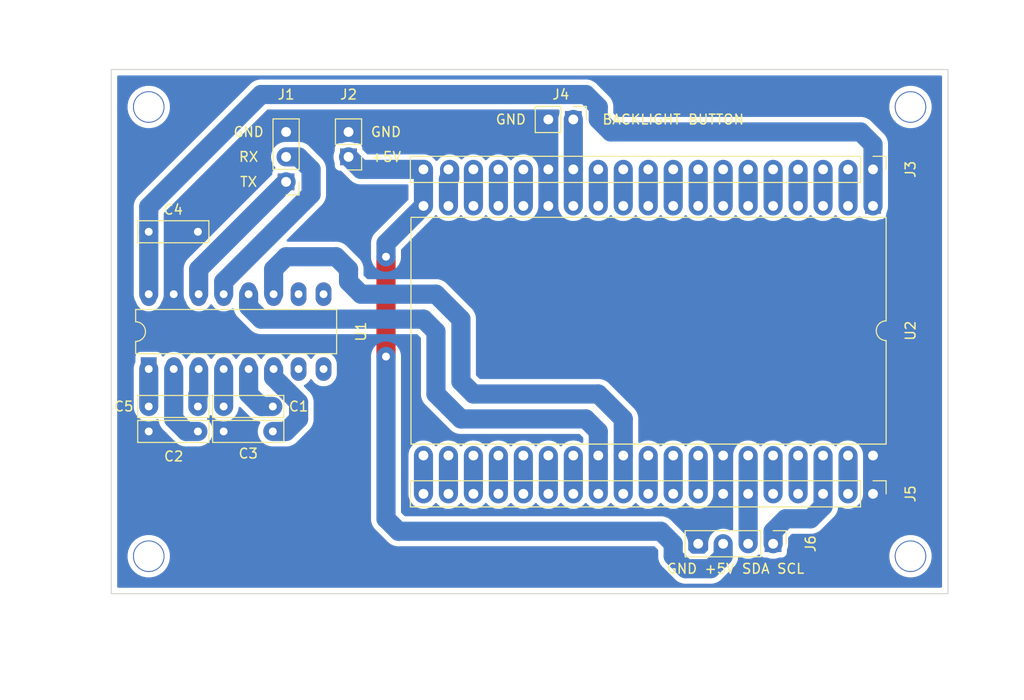
<source format=kicad_pcb>
(kicad_pcb (version 20171130) (host pcbnew 5.1.6)

  (general
    (thickness 1.6)
    (drawings 16)
    (tracks 153)
    (zones 0)
    (modules 17)
    (nets 49)
  )

  (page A4)
  (title_block
    (date "jeu. 02 avril 2015")
  )

  (layers
    (0 F.Cu signal)
    (31 B.Cu signal)
    (32 B.Adhes user)
    (33 F.Adhes user)
    (34 B.Paste user)
    (35 F.Paste user)
    (36 B.SilkS user)
    (37 F.SilkS user)
    (38 B.Mask user)
    (39 F.Mask user)
    (40 Dwgs.User user)
    (41 Cmts.User user)
    (42 Eco1.User user)
    (43 Eco2.User user)
    (44 Edge.Cuts user)
    (45 Margin user)
    (46 B.CrtYd user)
    (47 F.CrtYd user)
    (48 B.Fab user)
    (49 F.Fab user)
  )

  (setup
    (last_trace_width 1.95)
    (trace_clearance 0.2)
    (zone_clearance 0.55)
    (zone_45_only no)
    (trace_min 0.2)
    (via_size 1.6)
    (via_drill 0.8)
    (via_min_size 0.4)
    (via_min_drill 0.3)
    (uvia_size 0.3)
    (uvia_drill 0.1)
    (uvias_allowed no)
    (uvia_min_size 0.2)
    (uvia_min_drill 0.1)
    (edge_width 0.1)
    (segment_width 0.15)
    (pcb_text_width 0.3)
    (pcb_text_size 1.5 1.5)
    (mod_edge_width 0.15)
    (mod_text_size 1 1)
    (mod_text_width 0.15)
    (pad_size 3.2 3.2)
    (pad_drill 3)
    (pad_to_mask_clearance 0)
    (aux_axis_origin 68.58 104.14)
    (grid_origin 68.58 104.14)
    (visible_elements 7FFFFFFF)
    (pcbplotparams
      (layerselection 0x01000_fffffffe)
      (usegerberextensions false)
      (usegerberattributes false)
      (usegerberadvancedattributes false)
      (creategerberjobfile false)
      (excludeedgelayer true)
      (linewidth 0.100000)
      (plotframeref false)
      (viasonmask false)
      (mode 1)
      (useauxorigin true)
      (hpglpennumber 1)
      (hpglpenspeed 20)
      (hpglpendiameter 15.000000)
      (psnegative false)
      (psa4output false)
      (plotreference true)
      (plotvalue true)
      (plotinvisibletext false)
      (padsonsilk false)
      (subtractmaskfromsilk false)
      (outputformat 1)
      (mirror false)
      (drillshape 0)
      (scaleselection 1)
      (outputdirectory "plot_files/"))
  )

  (net 0 "")
  (net 1 GND)
  (net 2 +5V)
  (net 3 +3V3)
  (net 4 IO21)
  (net 5 IO22)
  (net 6 IO11)
  (net 7 IO10)
  (net 8 IO9)
  (net 9 IO13)
  (net 10 IO12)
  (net 11 IO14)
  (net 12 IO27)
  (net 13 IO26)
  (net 14 IO25)
  (net 15 IO33)
  (net 16 IO32)
  (net 17 IO36)
  (net 18 IO34)
  (net 19 IO39)
  (net 20 EN)
  (net 21 IO6)
  (net 22 IO7)
  (net 23 IO8)
  (net 24 IO15)
  (net 25 IO2)
  (net 26 IO0)
  (net 27 IO4)
  (net 28 IO16)
  (net 29 IO17)
  (net 30 IO5)
  (net 31 IO18)
  (net 32 IO19)
  (net 33 IO3)
  (net 34 IO1)
  (net 35 IO23)
  (net 36 "Net-(C1-Pad2)")
  (net 37 "Net-(C1-Pad1)")
  (net 38 "Net-(C2-Pad1)")
  (net 39 "Net-(C3-Pad1)")
  (net 40 "Net-(C5-Pad2)")
  (net 41 "Net-(C5-Pad1)")
  (net 42 RXD_connector)
  (net 43 TXD_connector)
  (net 44 "Net-(U1-Pad8)")
  (net 45 "Net-(U1-Pad7)")
  (net 46 "Net-(U1-Pad10)")
  (net 47 "Net-(U1-Pad9)")
  (net 48 IO35)

  (net_class Default "This is the default net class."
    (clearance 0.2)
    (trace_width 1.95)
    (via_dia 1.6)
    (via_drill 0.8)
    (uvia_dia 0.3)
    (uvia_drill 0.1)
    (add_net +3V3)
    (add_net +5V)
    (add_net EN)
    (add_net GND)
    (add_net IO0)
    (add_net IO1)
    (add_net IO10)
    (add_net IO11)
    (add_net IO12)
    (add_net IO13)
    (add_net IO14)
    (add_net IO15)
    (add_net IO16)
    (add_net IO17)
    (add_net IO18)
    (add_net IO19)
    (add_net IO2)
    (add_net IO21)
    (add_net IO22)
    (add_net IO23)
    (add_net IO25)
    (add_net IO26)
    (add_net IO27)
    (add_net IO3)
    (add_net IO32)
    (add_net IO33)
    (add_net IO34)
    (add_net IO35)
    (add_net IO36)
    (add_net IO39)
    (add_net IO4)
    (add_net IO5)
    (add_net IO6)
    (add_net IO7)
    (add_net IO8)
    (add_net IO9)
    (add_net "Net-(C1-Pad1)")
    (add_net "Net-(C1-Pad2)")
    (add_net "Net-(C2-Pad1)")
    (add_net "Net-(C3-Pad1)")
    (add_net "Net-(C5-Pad1)")
    (add_net "Net-(C5-Pad2)")
    (add_net "Net-(U1-Pad10)")
    (add_net "Net-(U1-Pad7)")
    (add_net "Net-(U1-Pad8)")
    (add_net "Net-(U1-Pad9)")
    (add_net RXD_connector)
    (add_net TXD_connector)
  )

  (module MyFootprints:DIP-38_W25.4mm (layer F.Cu) (tedit 5F0620AB) (tstamp 5EF8C96C)
    (at 146.05 64.68 270)
    (descr "38-lead though-hole mounted DIP package, row spacing 25.4 mm (1000 mils), suits ESP32DevKitC")
    (tags "THT DIP DIL PDIP 2.54mm 25.4mm 1000mil ESP32DevKitC")
    (path /5EF78635)
    (fp_text reference U2 (at 12.7 -3.81 90) (layer F.SilkS)
      (effects (font (size 1 1) (thickness 0.15)))
    )
    (fp_text value ESP32DevKitC (at 12.7 48.26 90) (layer F.Fab)
      (effects (font (size 1 1) (thickness 0.15)))
    )
    (fp_line (start 1.255 -1.27) (end 25.145 -1.27) (layer F.Fab) (width 0.1))
    (fp_line (start 25.145 -1.27) (end 25.145 46.99) (layer F.Fab) (width 0.1))
    (fp_line (start 25.145 46.99) (end 0.255 46.99) (layer F.Fab) (width 0.1))
    (fp_line (start 0.255 46.99) (end 0.255 -0.27) (layer F.Fab) (width 0.1))
    (fp_line (start 0.255 -0.27) (end 1.255 -1.27) (layer F.Fab) (width 0.1))
    (fp_line (start 11.7 -1.33) (end 1.16 -1.33) (layer F.SilkS) (width 0.12))
    (fp_line (start 1.16 -1.33) (end 1.16 46.99) (layer F.SilkS) (width 0.12))
    (fp_line (start 1.27 46.99) (end 24.24 46.99) (layer F.SilkS) (width 0.12))
    (fp_line (start 24.24 46.99) (end 24.24 -1.33) (layer F.SilkS) (width 0.12))
    (fp_line (start 24.24 -1.33) (end 13.7 -1.33) (layer F.SilkS) (width 0.12))
    (fp_line (start -1.1 -1.55) (end -1.1 46.99) (layer F.CrtYd) (width 0.05))
    (fp_line (start -1.1 46.99) (end 26.45 46.99) (layer F.CrtYd) (width 0.05))
    (fp_line (start 26.45 46.99) (end 26.45 -1.55) (layer F.CrtYd) (width 0.05))
    (fp_line (start 26.45 -1.55) (end -1.1 -1.55) (layer F.CrtYd) (width 0.05))
    (fp_text user %R (at 12.7 24.13 90) (layer F.Fab)
      (effects (font (size 1 1) (thickness 0.15)))
    )
    (fp_arc (start 12.7 -1.33) (end 11.7 -1.33) (angle -180) (layer F.SilkS) (width 0.12))
    (pad 20 thru_hole oval (at 25.4 45.72 270) (size 1.6 1.6) (drill 1) (layers *.Cu *.Mask)
      (net 21 IO6))
    (pad 19 thru_hole oval (at 0 45.72 270) (size 1.6 1.6) (drill 1) (layers *.Cu *.Mask)
      (net 2 +5V))
    (pad 38 thru_hole oval (at 25.4 0 270) (size 1.6 1.6) (drill 1) (layers *.Cu *.Mask)
      (net 1 GND))
    (pad 18 thru_hole oval (at 0 43.18 270) (size 1.6 1.6) (drill 1) (layers *.Cu *.Mask)
      (net 6 IO11))
    (pad 37 thru_hole oval (at 25.4 2.54 270) (size 1.6 1.6) (drill 1) (layers *.Cu *.Mask)
      (net 35 IO23))
    (pad 17 thru_hole oval (at 0 40.64 270) (size 1.6 1.6) (drill 1) (layers *.Cu *.Mask)
      (net 7 IO10))
    (pad 36 thru_hole oval (at 25.4 5.08 270) (size 1.6 1.6) (drill 1) (layers *.Cu *.Mask)
      (net 5 IO22))
    (pad 16 thru_hole oval (at 0 38.1 270) (size 1.6 1.6) (drill 1) (layers *.Cu *.Mask)
      (net 8 IO9))
    (pad 35 thru_hole oval (at 25.4 7.62 270) (size 1.6 1.6) (drill 1) (layers *.Cu *.Mask)
      (net 34 IO1))
    (pad 15 thru_hole oval (at 0 35.56 270) (size 1.6 1.6) (drill 1) (layers *.Cu *.Mask)
      (net 9 IO13))
    (pad 34 thru_hole oval (at 25.4 10.16 270) (size 1.6 1.6) (drill 1) (layers *.Cu *.Mask)
      (net 33 IO3))
    (pad 14 thru_hole oval (at 0 33.02 270) (size 1.6 1.6) (drill 1) (layers *.Cu *.Mask)
      (net 1 GND))
    (pad 33 thru_hole oval (at 25.4 12.7 270) (size 1.6 1.6) (drill 1) (layers *.Cu *.Mask)
      (net 4 IO21))
    (pad 13 thru_hole oval (at 0 30.48 270) (size 1.6 1.6) (drill 1) (layers *.Cu *.Mask)
      (net 10 IO12))
    (pad 32 thru_hole oval (at 25.4 15.24 270) (size 1.6 1.6) (drill 1) (layers *.Cu *.Mask)
      (net 1 GND))
    (pad 12 thru_hole oval (at 0 27.94 270) (size 1.6 1.6) (drill 1) (layers *.Cu *.Mask)
      (net 11 IO14))
    (pad 31 thru_hole oval (at 25.4 17.78 270) (size 1.6 1.6) (drill 1) (layers *.Cu *.Mask)
      (net 32 IO19))
    (pad 11 thru_hole oval (at 0 25.4 270) (size 1.6 1.6) (drill 1) (layers *.Cu *.Mask)
      (net 12 IO27))
    (pad 30 thru_hole oval (at 25.4 20.32 270) (size 1.6 1.6) (drill 1) (layers *.Cu *.Mask)
      (net 31 IO18))
    (pad 10 thru_hole oval (at 0 22.86 270) (size 1.6 1.6) (drill 1) (layers *.Cu *.Mask)
      (net 13 IO26))
    (pad 29 thru_hole oval (at 25.4 22.86 270) (size 1.6 1.6) (drill 1) (layers *.Cu *.Mask)
      (net 30 IO5))
    (pad 9 thru_hole oval (at 0 20.32 270) (size 1.6 1.6) (drill 1) (layers *.Cu *.Mask)
      (net 14 IO25))
    (pad 28 thru_hole oval (at 25.4 25.4 270) (size 1.6 1.6) (drill 1) (layers *.Cu *.Mask)
      (net 29 IO17))
    (pad 8 thru_hole oval (at 0 17.78 270) (size 1.6 1.6) (drill 1) (layers *.Cu *.Mask)
      (net 15 IO33))
    (pad 27 thru_hole oval (at 25.4 27.94 270) (size 1.6 1.6) (drill 1) (layers *.Cu *.Mask)
      (net 28 IO16))
    (pad 7 thru_hole oval (at 0 15.24 270) (size 1.6 1.6) (drill 1) (layers *.Cu *.Mask)
      (net 16 IO32))
    (pad 26 thru_hole oval (at 25.4 30.48 270) (size 1.6 1.6) (drill 1) (layers *.Cu *.Mask)
      (net 27 IO4))
    (pad 6 thru_hole oval (at 0 12.7 270) (size 1.6 1.6) (drill 1) (layers *.Cu *.Mask)
      (net 48 IO35))
    (pad 25 thru_hole oval (at 25.4 33.02 270) (size 1.6 1.6) (drill 1) (layers *.Cu *.Mask)
      (net 26 IO0))
    (pad 5 thru_hole oval (at 0 10.16 270) (size 1.6 1.6) (drill 1) (layers *.Cu *.Mask)
      (net 18 IO34))
    (pad 24 thru_hole oval (at 25.4 35.56 270) (size 1.6 1.6) (drill 1) (layers *.Cu *.Mask)
      (net 25 IO2))
    (pad 4,5 thru_hole oval (at 0 7.62 270) (size 1.6 1.6) (drill 1) (layers *.Cu *.Mask))
    (pad 23 thru_hole oval (at 25.4 38.1 270) (size 1.6 1.6) (drill 1) (layers *.Cu *.Mask)
      (net 24 IO15))
    (pad 3 thru_hole oval (at 0 5.08 270) (size 1.6 1.6) (drill 1) (layers *.Cu *.Mask)
      (net 17 IO36))
    (pad 22 thru_hole oval (at 25.4 40.64 270) (size 1.6 1.6) (drill 1) (layers *.Cu *.Mask)
      (net 23 IO8))
    (pad 2 thru_hole oval (at 0 2.54 270) (size 1.6 1.6) (drill 1) (layers *.Cu *.Mask)
      (net 20 EN))
    (pad 21 thru_hole oval (at 25.4 43.18 270) (size 1.6 1.6) (drill 1) (layers *.Cu *.Mask)
      (net 22 IO7))
    (pad 1 thru_hole rect (at 0 0 270) (size 1.6 1.6) (drill 1) (layers *.Cu *.Mask)
      (net 3 +3V3))
    (model ${KISYS3DMOD}/Package_DIP.3dshapes/DIP-40_W25.4mm.wrl
      (at (xyz 0 0 0))
      (scale (xyz 1 1 1))
      (rotate (xyz 0 0 0))
    )
  )

  (module Connector_PinHeader_2.54mm:PinHeader_1x02_P2.54mm_Vertical (layer F.Cu) (tedit 59FED5CC) (tstamp 5F061E2F)
    (at 115.57 55.88 270)
    (descr "Through hole straight pin header, 1x02, 2.54mm pitch, single row")
    (tags "Through hole pin header THT 1x02 2.54mm single row")
    (path /5F0620AE)
    (fp_text reference J4 (at -2.54 1.27 180) (layer F.SilkS)
      (effects (font (size 1 1) (thickness 0.15)))
    )
    (fp_text value Conn_01x02 (at 0 4.87 90) (layer F.Fab)
      (effects (font (size 1 1) (thickness 0.15)))
    )
    (fp_line (start -0.635 -1.27) (end 1.27 -1.27) (layer F.Fab) (width 0.1))
    (fp_line (start 1.27 -1.27) (end 1.27 3.81) (layer F.Fab) (width 0.1))
    (fp_line (start 1.27 3.81) (end -1.27 3.81) (layer F.Fab) (width 0.1))
    (fp_line (start -1.27 3.81) (end -1.27 -0.635) (layer F.Fab) (width 0.1))
    (fp_line (start -1.27 -0.635) (end -0.635 -1.27) (layer F.Fab) (width 0.1))
    (fp_line (start -1.33 3.87) (end 1.33 3.87) (layer F.SilkS) (width 0.12))
    (fp_line (start -1.33 1.27) (end -1.33 3.87) (layer F.SilkS) (width 0.12))
    (fp_line (start 1.33 1.27) (end 1.33 3.87) (layer F.SilkS) (width 0.12))
    (fp_line (start -1.33 1.27) (end 1.33 1.27) (layer F.SilkS) (width 0.12))
    (fp_line (start -1.33 0) (end -1.33 -1.33) (layer F.SilkS) (width 0.12))
    (fp_line (start -1.33 -1.33) (end 0 -1.33) (layer F.SilkS) (width 0.12))
    (fp_line (start -1.8 -1.8) (end -1.8 4.35) (layer F.CrtYd) (width 0.05))
    (fp_line (start -1.8 4.35) (end 1.8 4.35) (layer F.CrtYd) (width 0.05))
    (fp_line (start 1.8 4.35) (end 1.8 -1.8) (layer F.CrtYd) (width 0.05))
    (fp_line (start 1.8 -1.8) (end -1.8 -1.8) (layer F.CrtYd) (width 0.05))
    (fp_text user %R (at 0 1.27) (layer F.Fab)
      (effects (font (size 1 1) (thickness 0.15)))
    )
    (pad 2 thru_hole oval (at 0 2.54 270) (size 1.7 1.7) (drill 1) (layers *.Cu *.Mask)
      (net 1 GND))
    (pad 1 thru_hole rect (at 0 0 270) (size 1.7 1.7) (drill 1) (layers *.Cu *.Mask)
      (net 10 IO12))
    (model ${KISYS3DMOD}/Connector_PinHeader_2.54mm.3dshapes/PinHeader_1x02_P2.54mm_Vertical.wrl
      (at (xyz 0 0 0))
      (scale (xyz 1 1 1))
      (rotate (xyz 0 0 0))
    )
  )

  (module Package_DIP:DIP-16_W7.62mm_LongPads (layer F.Cu) (tedit 5A02E8C5) (tstamp 5EFCCB51)
    (at 72.39 81.28 90)
    (descr "16-lead though-hole mounted DIP package, row spacing 7.62 mm (300 mils), LongPads")
    (tags "THT DIP DIL PDIP 2.54mm 7.62mm 300mil LongPads")
    (path /5E559341)
    (fp_text reference U1 (at 3.81 21.59 90) (layer F.SilkS)
      (effects (font (size 1 1) (thickness 0.15)))
    )
    (fp_text value MAX3232 (at 3.81 20.11 90) (layer F.Fab)
      (effects (font (size 1 1) (thickness 0.15)))
    )
    (fp_line (start 1.635 -1.27) (end 6.985 -1.27) (layer F.Fab) (width 0.1))
    (fp_line (start 6.985 -1.27) (end 6.985 19.05) (layer F.Fab) (width 0.1))
    (fp_line (start 6.985 19.05) (end 0.635 19.05) (layer F.Fab) (width 0.1))
    (fp_line (start 0.635 19.05) (end 0.635 -0.27) (layer F.Fab) (width 0.1))
    (fp_line (start 0.635 -0.27) (end 1.635 -1.27) (layer F.Fab) (width 0.1))
    (fp_line (start 2.81 -1.33) (end 1.56 -1.33) (layer F.SilkS) (width 0.12))
    (fp_line (start 1.56 -1.33) (end 1.56 19.11) (layer F.SilkS) (width 0.12))
    (fp_line (start 1.56 19.11) (end 6.06 19.11) (layer F.SilkS) (width 0.12))
    (fp_line (start 6.06 19.11) (end 6.06 -1.33) (layer F.SilkS) (width 0.12))
    (fp_line (start 6.06 -1.33) (end 4.81 -1.33) (layer F.SilkS) (width 0.12))
    (fp_line (start -1.45 -1.55) (end -1.45 19.3) (layer F.CrtYd) (width 0.05))
    (fp_line (start -1.45 19.3) (end 9.1 19.3) (layer F.CrtYd) (width 0.05))
    (fp_line (start 9.1 19.3) (end 9.1 -1.55) (layer F.CrtYd) (width 0.05))
    (fp_line (start 9.1 -1.55) (end -1.45 -1.55) (layer F.CrtYd) (width 0.05))
    (fp_text user %R (at 3.81 8.89 90) (layer F.Fab)
      (effects (font (size 1 1) (thickness 0.15)))
    )
    (fp_arc (start 3.81 -1.33) (end 2.81 -1.33) (angle -180) (layer F.SilkS) (width 0.12))
    (pad 16 thru_hole oval (at 7.62 0 90) (size 2.4 1.6) (drill 0.8) (layers *.Cu *.Mask)
      (net 3 +3V3))
    (pad 8 thru_hole oval (at 0 17.78 90) (size 2.4 1.6) (drill 0.8) (layers *.Cu *.Mask)
      (net 44 "Net-(U1-Pad8)"))
    (pad 15 thru_hole oval (at 7.62 2.54 90) (size 2.4 1.6) (drill 0.8) (layers *.Cu *.Mask)
      (net 1 GND))
    (pad 7 thru_hole oval (at 0 15.24 90) (size 2.4 1.6) (drill 0.8) (layers *.Cu *.Mask)
      (net 45 "Net-(U1-Pad7)"))
    (pad 14 thru_hole oval (at 7.62 5.08 90) (size 2.4 1.6) (drill 0.8) (layers *.Cu *.Mask)
      (net 43 TXD_connector))
    (pad 6 thru_hole oval (at 0 12.7 90) (size 2.4 1.6) (drill 0.8) (layers *.Cu *.Mask)
      (net 39 "Net-(C3-Pad1)"))
    (pad 13 thru_hole oval (at 7.62 7.62 90) (size 2.4 1.6) (drill 0.8) (layers *.Cu *.Mask)
      (net 42 RXD_connector))
    (pad 5 thru_hole oval (at 0 10.16 90) (size 2.4 1.6) (drill 0.8) (layers *.Cu *.Mask)
      (net 36 "Net-(C1-Pad2)"))
    (pad 12 thru_hole oval (at 7.62 10.16 90) (size 2.4 1.6) (drill 0.8) (layers *.Cu *.Mask)
      (net 28 IO16))
    (pad 4 thru_hole oval (at 0 7.62 90) (size 2.4 1.6) (drill 0.8) (layers *.Cu *.Mask)
      (net 37 "Net-(C1-Pad1)"))
    (pad 11 thru_hole oval (at 7.62 12.7 90) (size 2.4 1.6) (drill 0.8) (layers *.Cu *.Mask)
      (net 29 IO17))
    (pad 3 thru_hole oval (at 0 5.08 90) (size 2.4 1.6) (drill 0.8) (layers *.Cu *.Mask)
      (net 40 "Net-(C5-Pad2)"))
    (pad 10 thru_hole oval (at 7.62 15.24 90) (size 2.4 1.6) (drill 0.8) (layers *.Cu *.Mask)
      (net 46 "Net-(U1-Pad10)"))
    (pad 2 thru_hole oval (at 0 2.54 90) (size 2.4 1.6) (drill 0.8) (layers *.Cu *.Mask)
      (net 38 "Net-(C2-Pad1)"))
    (pad 9 thru_hole oval (at 7.62 17.78 90) (size 2.4 1.6) (drill 0.8) (layers *.Cu *.Mask)
      (net 47 "Net-(U1-Pad9)"))
    (pad 1 thru_hole rect (at 0 0 90) (size 2.4 1.6) (drill 0.8) (layers *.Cu *.Mask)
      (net 41 "Net-(C5-Pad1)"))
    (model ${KISYS3DMOD}/Package_DIP.3dshapes/DIP-16_W7.62mm.wrl
      (at (xyz 0 0 0))
      (scale (xyz 1 1 1))
      (rotate (xyz 0 0 0))
    )
  )

  (module Connector_PinHeader_2.54mm:PinHeader_1x04_P2.54mm_Vertical (layer F.Cu) (tedit 59FED5CC) (tstamp 5EFCD517)
    (at 135.89 99.06 270)
    (descr "Through hole straight pin header, 1x04, 2.54mm pitch, single row")
    (tags "Through hole pin header THT 1x04 2.54mm single row")
    (path /5EF882A8)
    (fp_text reference J6 (at 0 -3.81 90) (layer F.SilkS)
      (effects (font (size 1 1) (thickness 0.15)))
    )
    (fp_text value Conn_01x04 (at 0 9.95 90) (layer F.Fab)
      (effects (font (size 1 1) (thickness 0.15)))
    )
    (fp_line (start -0.635 -1.27) (end 1.27 -1.27) (layer F.Fab) (width 0.1))
    (fp_line (start 1.27 -1.27) (end 1.27 8.89) (layer F.Fab) (width 0.1))
    (fp_line (start 1.27 8.89) (end -1.27 8.89) (layer F.Fab) (width 0.1))
    (fp_line (start -1.27 8.89) (end -1.27 -0.635) (layer F.Fab) (width 0.1))
    (fp_line (start -1.27 -0.635) (end -0.635 -1.27) (layer F.Fab) (width 0.1))
    (fp_line (start -1.33 8.95) (end 1.33 8.95) (layer F.SilkS) (width 0.12))
    (fp_line (start -1.33 1.27) (end -1.33 8.95) (layer F.SilkS) (width 0.12))
    (fp_line (start 1.33 1.27) (end 1.33 8.95) (layer F.SilkS) (width 0.12))
    (fp_line (start -1.33 1.27) (end 1.33 1.27) (layer F.SilkS) (width 0.12))
    (fp_line (start -1.33 0) (end -1.33 -1.33) (layer F.SilkS) (width 0.12))
    (fp_line (start -1.33 -1.33) (end 0 -1.33) (layer F.SilkS) (width 0.12))
    (fp_line (start -1.8 -1.8) (end -1.8 9.4) (layer F.CrtYd) (width 0.05))
    (fp_line (start -1.8 9.4) (end 1.8 9.4) (layer F.CrtYd) (width 0.05))
    (fp_line (start 1.8 9.4) (end 1.8 -1.8) (layer F.CrtYd) (width 0.05))
    (fp_line (start 1.8 -1.8) (end -1.8 -1.8) (layer F.CrtYd) (width 0.05))
    (fp_text user %R (at 0 3.81) (layer F.Fab)
      (effects (font (size 1 1) (thickness 0.15)))
    )
    (pad 4 thru_hole oval (at 0 7.62 270) (size 1.7 1.7) (drill 1) (layers *.Cu *.Mask)
      (net 1 GND))
    (pad 3 thru_hole oval (at 0 5.08 270) (size 1.7 1.7) (drill 1) (layers *.Cu *.Mask)
      (net 2 +5V))
    (pad 2 thru_hole oval (at 0 2.54 270) (size 1.7 1.7) (drill 1) (layers *.Cu *.Mask)
      (net 4 IO21))
    (pad 1 thru_hole rect (at 0 0 270) (size 1.7 1.7) (drill 1) (layers *.Cu *.Mask)
      (net 5 IO22))
    (model ${KISYS3DMOD}/Connector_PinHeader_2.54mm.3dshapes/PinHeader_1x04_P2.54mm_Vertical.wrl
      (at (xyz 0 0 0))
      (scale (xyz 1 1 1))
      (rotate (xyz 0 0 0))
    )
  )

  (module Connector_PinHeader_2.54mm:PinHeader_1x02_P2.54mm_Vertical (layer F.Cu) (tedit 59FED5CC) (tstamp 5EFCD4D6)
    (at 92.71 59.69 180)
    (descr "Through hole straight pin header, 1x02, 2.54mm pitch, single row")
    (tags "Through hole pin header THT 1x02 2.54mm single row")
    (path /5EFCA217)
    (fp_text reference J2 (at 0 6.35) (layer F.SilkS)
      (effects (font (size 1 1) (thickness 0.15)))
    )
    (fp_text value Conn_01x02 (at 0 4.87) (layer F.Fab)
      (effects (font (size 1 1) (thickness 0.15)))
    )
    (fp_line (start -0.635 -1.27) (end 1.27 -1.27) (layer F.Fab) (width 0.1))
    (fp_line (start 1.27 -1.27) (end 1.27 3.81) (layer F.Fab) (width 0.1))
    (fp_line (start 1.27 3.81) (end -1.27 3.81) (layer F.Fab) (width 0.1))
    (fp_line (start -1.27 3.81) (end -1.27 -0.635) (layer F.Fab) (width 0.1))
    (fp_line (start -1.27 -0.635) (end -0.635 -1.27) (layer F.Fab) (width 0.1))
    (fp_line (start -1.33 3.87) (end 1.33 3.87) (layer F.SilkS) (width 0.12))
    (fp_line (start -1.33 1.27) (end -1.33 3.87) (layer F.SilkS) (width 0.12))
    (fp_line (start 1.33 1.27) (end 1.33 3.87) (layer F.SilkS) (width 0.12))
    (fp_line (start -1.33 1.27) (end 1.33 1.27) (layer F.SilkS) (width 0.12))
    (fp_line (start -1.33 0) (end -1.33 -1.33) (layer F.SilkS) (width 0.12))
    (fp_line (start -1.33 -1.33) (end 0 -1.33) (layer F.SilkS) (width 0.12))
    (fp_line (start -1.8 -1.8) (end -1.8 4.35) (layer F.CrtYd) (width 0.05))
    (fp_line (start -1.8 4.35) (end 1.8 4.35) (layer F.CrtYd) (width 0.05))
    (fp_line (start 1.8 4.35) (end 1.8 -1.8) (layer F.CrtYd) (width 0.05))
    (fp_line (start 1.8 -1.8) (end -1.8 -1.8) (layer F.CrtYd) (width 0.05))
    (fp_text user %R (at 0 1.27 90) (layer F.Fab)
      (effects (font (size 1 1) (thickness 0.15)))
    )
    (pad 2 thru_hole oval (at 0 2.54 180) (size 1.7 1.7) (drill 1) (layers *.Cu *.Mask)
      (net 1 GND))
    (pad 1 thru_hole rect (at 0 0 180) (size 1.7 1.7) (drill 1) (layers *.Cu *.Mask)
      (net 2 +5V))
    (model ${KISYS3DMOD}/Connector_PinHeader_2.54mm.3dshapes/PinHeader_1x02_P2.54mm_Vertical.wrl
      (at (xyz 0 0 0))
      (scale (xyz 1 1 1))
      (rotate (xyz 0 0 0))
    )
  )

  (module Connector_PinHeader_2.54mm:PinHeader_1x19_P2.54mm_Vertical (layer F.Cu) (tedit 59FED5CC) (tstamp 5EF8C890)
    (at 146.05 60.96 270)
    (descr "Through hole straight pin header, 1x19, 2.54mm pitch, single row")
    (tags "Through hole pin header THT 1x19 2.54mm single row")
    (path /5EFB5B61)
    (fp_text reference J3 (at 0 -3.81 90) (layer F.SilkS)
      (effects (font (size 1 1) (thickness 0.15)))
    )
    (fp_text value Conn_01x19 (at 0 48.05 90) (layer F.Fab)
      (effects (font (size 1 1) (thickness 0.15)))
    )
    (fp_line (start -0.635 -1.27) (end 1.27 -1.27) (layer F.Fab) (width 0.1))
    (fp_line (start 1.27 -1.27) (end 1.27 46.99) (layer F.Fab) (width 0.1))
    (fp_line (start 1.27 46.99) (end -1.27 46.99) (layer F.Fab) (width 0.1))
    (fp_line (start -1.27 46.99) (end -1.27 -0.635) (layer F.Fab) (width 0.1))
    (fp_line (start -1.27 -0.635) (end -0.635 -1.27) (layer F.Fab) (width 0.1))
    (fp_line (start -1.33 47.05) (end 1.33 47.05) (layer F.SilkS) (width 0.12))
    (fp_line (start -1.33 1.27) (end -1.33 47.05) (layer F.SilkS) (width 0.12))
    (fp_line (start 1.33 1.27) (end 1.33 47.05) (layer F.SilkS) (width 0.12))
    (fp_line (start -1.33 1.27) (end 1.33 1.27) (layer F.SilkS) (width 0.12))
    (fp_line (start -1.33 0) (end -1.33 -1.33) (layer F.SilkS) (width 0.12))
    (fp_line (start -1.33 -1.33) (end 0 -1.33) (layer F.SilkS) (width 0.12))
    (fp_line (start -1.8 -1.8) (end -1.8 47.5) (layer F.CrtYd) (width 0.05))
    (fp_line (start -1.8 47.5) (end 1.8 47.5) (layer F.CrtYd) (width 0.05))
    (fp_line (start 1.8 47.5) (end 1.8 -1.8) (layer F.CrtYd) (width 0.05))
    (fp_line (start 1.8 -1.8) (end -1.8 -1.8) (layer F.CrtYd) (width 0.05))
    (fp_text user %R (at 0 22.86) (layer F.Fab)
      (effects (font (size 1 1) (thickness 0.15)))
    )
    (pad 19 thru_hole oval (at 0 45.72 270) (size 1.7 1.7) (drill 1) (layers *.Cu *.Mask)
      (net 2 +5V))
    (pad 18 thru_hole oval (at 0 43.18 270) (size 1.7 1.7) (drill 1) (layers *.Cu *.Mask)
      (net 6 IO11))
    (pad 17 thru_hole oval (at 0 40.64 270) (size 1.7 1.7) (drill 1) (layers *.Cu *.Mask)
      (net 7 IO10))
    (pad 16 thru_hole oval (at 0 38.1 270) (size 1.7 1.7) (drill 1) (layers *.Cu *.Mask)
      (net 8 IO9))
    (pad 15 thru_hole oval (at 0 35.56 270) (size 1.7 1.7) (drill 1) (layers *.Cu *.Mask)
      (net 9 IO13))
    (pad 14 thru_hole oval (at 0 33.02 270) (size 1.7 1.7) (drill 1) (layers *.Cu *.Mask)
      (net 1 GND))
    (pad 13 thru_hole oval (at 0 30.48 270) (size 1.7 1.7) (drill 1) (layers *.Cu *.Mask)
      (net 10 IO12))
    (pad 12 thru_hole oval (at 0 27.94 270) (size 1.7 1.7) (drill 1) (layers *.Cu *.Mask)
      (net 11 IO14))
    (pad 11 thru_hole oval (at 0 25.4 270) (size 1.7 1.7) (drill 1) (layers *.Cu *.Mask)
      (net 12 IO27))
    (pad 10 thru_hole oval (at 0 22.86 270) (size 1.7 1.7) (drill 1) (layers *.Cu *.Mask)
      (net 13 IO26))
    (pad 9 thru_hole oval (at 0 20.32 270) (size 1.7 1.7) (drill 1) (layers *.Cu *.Mask)
      (net 14 IO25))
    (pad 8 thru_hole oval (at 0 17.78 270) (size 1.7 1.7) (drill 1) (layers *.Cu *.Mask)
      (net 15 IO33))
    (pad 7 thru_hole oval (at 0 15.24 270) (size 1.7 1.7) (drill 1) (layers *.Cu *.Mask)
      (net 16 IO32))
    (pad 6 thru_hole oval (at 0 12.7 270) (size 1.7 1.7) (drill 1) (layers *.Cu *.Mask)
      (net 48 IO35))
    (pad 5 thru_hole oval (at 0 10.16 270) (size 1.7 1.7) (drill 1) (layers *.Cu *.Mask)
      (net 18 IO34))
    (pad 4 thru_hole oval (at 0 7.62 270) (size 1.7 1.7) (drill 1) (layers *.Cu *.Mask)
      (net 19 IO39))
    (pad 3 thru_hole oval (at 0 5.08 270) (size 1.7 1.7) (drill 1) (layers *.Cu *.Mask)
      (net 17 IO36))
    (pad 2 thru_hole oval (at 0 2.54 270) (size 1.7 1.7) (drill 1) (layers *.Cu *.Mask)
      (net 20 EN))
    (pad 1 thru_hole rect (at 0 0 270) (size 1.7 1.7) (drill 1) (layers *.Cu *.Mask)
      (net 3 +3V3))
    (model ${KISYS3DMOD}/Connector_PinHeader_2.54mm.3dshapes/PinHeader_1x19_P2.54mm_Vertical.wrl
      (at (xyz 0 0 0))
      (scale (xyz 1 1 1))
      (rotate (xyz 0 0 0))
    )
  )

  (module Connector_PinHeader_2.54mm:PinHeader_1x03_P2.54mm_Vertical (layer F.Cu) (tedit 59FED5CC) (tstamp 5EFCCCCA)
    (at 86.36 62.23 180)
    (descr "Through hole straight pin header, 1x03, 2.54mm pitch, single row")
    (tags "Through hole pin header THT 1x03 2.54mm single row")
    (path /5EFC788C)
    (fp_text reference J1 (at 0 8.89) (layer F.SilkS)
      (effects (font (size 1 1) (thickness 0.15)))
    )
    (fp_text value Conn_01x03 (at 0 7.41) (layer F.Fab)
      (effects (font (size 1 1) (thickness 0.15)))
    )
    (fp_line (start -0.635 -1.27) (end 1.27 -1.27) (layer F.Fab) (width 0.1))
    (fp_line (start 1.27 -1.27) (end 1.27 6.35) (layer F.Fab) (width 0.1))
    (fp_line (start 1.27 6.35) (end -1.27 6.35) (layer F.Fab) (width 0.1))
    (fp_line (start -1.27 6.35) (end -1.27 -0.635) (layer F.Fab) (width 0.1))
    (fp_line (start -1.27 -0.635) (end -0.635 -1.27) (layer F.Fab) (width 0.1))
    (fp_line (start -1.33 6.41) (end 1.33 6.41) (layer F.SilkS) (width 0.12))
    (fp_line (start -1.33 1.27) (end -1.33 6.41) (layer F.SilkS) (width 0.12))
    (fp_line (start 1.33 1.27) (end 1.33 6.41) (layer F.SilkS) (width 0.12))
    (fp_line (start -1.33 1.27) (end 1.33 1.27) (layer F.SilkS) (width 0.12))
    (fp_line (start -1.33 0) (end -1.33 -1.33) (layer F.SilkS) (width 0.12))
    (fp_line (start -1.33 -1.33) (end 0 -1.33) (layer F.SilkS) (width 0.12))
    (fp_line (start -1.8 -1.8) (end -1.8 6.85) (layer F.CrtYd) (width 0.05))
    (fp_line (start -1.8 6.85) (end 1.8 6.85) (layer F.CrtYd) (width 0.05))
    (fp_line (start 1.8 6.85) (end 1.8 -1.8) (layer F.CrtYd) (width 0.05))
    (fp_line (start 1.8 -1.8) (end -1.8 -1.8) (layer F.CrtYd) (width 0.05))
    (fp_text user %R (at 0 2.54 90) (layer F.Fab)
      (effects (font (size 1 1) (thickness 0.15)))
    )
    (pad 3 thru_hole oval (at 0 5.08 180) (size 1.7 1.7) (drill 1) (layers *.Cu *.Mask)
      (net 1 GND))
    (pad 2 thru_hole oval (at 0 2.54 180) (size 1.7 1.7) (drill 1) (layers *.Cu *.Mask)
      (net 42 RXD_connector))
    (pad 1 thru_hole rect (at 0 0 180) (size 1.7 1.7) (drill 1) (layers *.Cu *.Mask)
      (net 43 TXD_connector))
    (model ${KISYS3DMOD}/Connector_PinHeader_2.54mm.3dshapes/PinHeader_1x03_P2.54mm_Vertical.wrl
      (at (xyz 0 0 0))
      (scale (xyz 1 1 1))
      (rotate (xyz 0 0 0))
    )
  )

  (module Capacitor_THT:C_Rect_L7.0mm_W2.0mm_P5.00mm (layer F.Cu) (tedit 5AE50EF0) (tstamp 5EFCCC81)
    (at 72.39 85.09)
    (descr "C, Rect series, Radial, pin pitch=5.00mm, , length*width=7*2mm^2, Capacitor")
    (tags "C Rect series Radial pin pitch 5.00mm  length 7mm width 2mm Capacitor")
    (path /5E561C4A)
    (fp_text reference C5 (at -2.54 0) (layer F.SilkS)
      (effects (font (size 1 1) (thickness 0.15)))
    )
    (fp_text value 100n (at 2.5 2.25) (layer F.Fab)
      (effects (font (size 1 1) (thickness 0.15)))
    )
    (fp_line (start -1 -1) (end -1 1) (layer F.Fab) (width 0.1))
    (fp_line (start -1 1) (end 6 1) (layer F.Fab) (width 0.1))
    (fp_line (start 6 1) (end 6 -1) (layer F.Fab) (width 0.1))
    (fp_line (start 6 -1) (end -1 -1) (layer F.Fab) (width 0.1))
    (fp_line (start -1.12 -1.12) (end 6.12 -1.12) (layer F.SilkS) (width 0.12))
    (fp_line (start -1.12 1.12) (end 6.12 1.12) (layer F.SilkS) (width 0.12))
    (fp_line (start -1.12 -1.12) (end -1.12 1.12) (layer F.SilkS) (width 0.12))
    (fp_line (start 6.12 -1.12) (end 6.12 1.12) (layer F.SilkS) (width 0.12))
    (fp_line (start -1.25 -1.25) (end -1.25 1.25) (layer F.CrtYd) (width 0.05))
    (fp_line (start -1.25 1.25) (end 6.25 1.25) (layer F.CrtYd) (width 0.05))
    (fp_line (start 6.25 1.25) (end 6.25 -1.25) (layer F.CrtYd) (width 0.05))
    (fp_line (start 6.25 -1.25) (end -1.25 -1.25) (layer F.CrtYd) (width 0.05))
    (fp_text user %R (at 2.5 0) (layer F.Fab)
      (effects (font (size 1 1) (thickness 0.15)))
    )
    (pad 2 thru_hole circle (at 5 0) (size 1.6 1.6) (drill 0.8) (layers *.Cu *.Mask)
      (net 40 "Net-(C5-Pad2)"))
    (pad 1 thru_hole circle (at 0 0) (size 1.6 1.6) (drill 0.8) (layers *.Cu *.Mask)
      (net 41 "Net-(C5-Pad1)"))
    (model ${KISYS3DMOD}/Capacitor_THT.3dshapes/C_Rect_L7.0mm_W2.0mm_P5.00mm.wrl
      (at (xyz 0 0 0))
      (scale (xyz 1 1 1))
      (rotate (xyz 0 0 0))
    )
  )

  (module Capacitor_THT:C_Rect_L7.0mm_W2.0mm_P5.00mm (layer F.Cu) (tedit 5AE50EF0) (tstamp 5EFCCC4B)
    (at 72.39 67.31)
    (descr "C, Rect series, Radial, pin pitch=5.00mm, , length*width=7*2mm^2, Capacitor")
    (tags "C Rect series Radial pin pitch 5.00mm  length 7mm width 2mm Capacitor")
    (path /5E5611A9)
    (fp_text reference C4 (at 2.5 -2.25) (layer F.SilkS)
      (effects (font (size 1 1) (thickness 0.15)))
    )
    (fp_text value 100n (at 2.5 2.25) (layer F.Fab)
      (effects (font (size 1 1) (thickness 0.15)))
    )
    (fp_line (start -1 -1) (end -1 1) (layer F.Fab) (width 0.1))
    (fp_line (start -1 1) (end 6 1) (layer F.Fab) (width 0.1))
    (fp_line (start 6 1) (end 6 -1) (layer F.Fab) (width 0.1))
    (fp_line (start 6 -1) (end -1 -1) (layer F.Fab) (width 0.1))
    (fp_line (start -1.12 -1.12) (end 6.12 -1.12) (layer F.SilkS) (width 0.12))
    (fp_line (start -1.12 1.12) (end 6.12 1.12) (layer F.SilkS) (width 0.12))
    (fp_line (start -1.12 -1.12) (end -1.12 1.12) (layer F.SilkS) (width 0.12))
    (fp_line (start 6.12 -1.12) (end 6.12 1.12) (layer F.SilkS) (width 0.12))
    (fp_line (start -1.25 -1.25) (end -1.25 1.25) (layer F.CrtYd) (width 0.05))
    (fp_line (start -1.25 1.25) (end 6.25 1.25) (layer F.CrtYd) (width 0.05))
    (fp_line (start 6.25 1.25) (end 6.25 -1.25) (layer F.CrtYd) (width 0.05))
    (fp_line (start 6.25 -1.25) (end -1.25 -1.25) (layer F.CrtYd) (width 0.05))
    (fp_text user %R (at 2.5 0) (layer F.Fab)
      (effects (font (size 1 1) (thickness 0.15)))
    )
    (pad 2 thru_hole circle (at 5 0) (size 1.6 1.6) (drill 0.8) (layers *.Cu *.Mask)
      (net 1 GND))
    (pad 1 thru_hole circle (at 0 0) (size 1.6 1.6) (drill 0.8) (layers *.Cu *.Mask)
      (net 3 +3V3))
    (model ${KISYS3DMOD}/Capacitor_THT.3dshapes/C_Rect_L7.0mm_W2.0mm_P5.00mm.wrl
      (at (xyz 0 0 0))
      (scale (xyz 1 1 1))
      (rotate (xyz 0 0 0))
    )
  )

  (module Capacitor_THT:C_Rect_L7.0mm_W2.0mm_P5.00mm (layer F.Cu) (tedit 5AE50EF0) (tstamp 5EFCCC15)
    (at 85.01 87.63 180)
    (descr "C, Rect series, Radial, pin pitch=5.00mm, , length*width=7*2mm^2, Capacitor")
    (tags "C Rect series Radial pin pitch 5.00mm  length 7mm width 2mm Capacitor")
    (path /5E5633AB)
    (fp_text reference C3 (at 2.5 -2.25) (layer F.SilkS)
      (effects (font (size 1 1) (thickness 0.15)))
    )
    (fp_text value 100n (at 2.5 2.25) (layer F.Fab)
      (effects (font (size 1 1) (thickness 0.15)))
    )
    (fp_line (start -1 -1) (end -1 1) (layer F.Fab) (width 0.1))
    (fp_line (start -1 1) (end 6 1) (layer F.Fab) (width 0.1))
    (fp_line (start 6 1) (end 6 -1) (layer F.Fab) (width 0.1))
    (fp_line (start 6 -1) (end -1 -1) (layer F.Fab) (width 0.1))
    (fp_line (start -1.12 -1.12) (end 6.12 -1.12) (layer F.SilkS) (width 0.12))
    (fp_line (start -1.12 1.12) (end 6.12 1.12) (layer F.SilkS) (width 0.12))
    (fp_line (start -1.12 -1.12) (end -1.12 1.12) (layer F.SilkS) (width 0.12))
    (fp_line (start 6.12 -1.12) (end 6.12 1.12) (layer F.SilkS) (width 0.12))
    (fp_line (start -1.25 -1.25) (end -1.25 1.25) (layer F.CrtYd) (width 0.05))
    (fp_line (start -1.25 1.25) (end 6.25 1.25) (layer F.CrtYd) (width 0.05))
    (fp_line (start 6.25 1.25) (end 6.25 -1.25) (layer F.CrtYd) (width 0.05))
    (fp_line (start 6.25 -1.25) (end -1.25 -1.25) (layer F.CrtYd) (width 0.05))
    (fp_text user %R (at 2.5 0) (layer F.Fab)
      (effects (font (size 1 1) (thickness 0.15)))
    )
    (pad 2 thru_hole circle (at 5 0 180) (size 1.6 1.6) (drill 0.8) (layers *.Cu *.Mask)
      (net 1 GND))
    (pad 1 thru_hole circle (at 0 0 180) (size 1.6 1.6) (drill 0.8) (layers *.Cu *.Mask)
      (net 39 "Net-(C3-Pad1)"))
    (model ${KISYS3DMOD}/Capacitor_THT.3dshapes/C_Rect_L7.0mm_W2.0mm_P5.00mm.wrl
      (at (xyz 0 0 0))
      (scale (xyz 1 1 1))
      (rotate (xyz 0 0 0))
    )
  )

  (module Capacitor_THT:C_Rect_L7.0mm_W2.0mm_P5.00mm (layer F.Cu) (tedit 5AE50EF0) (tstamp 5EFCCBDF)
    (at 77.39 87.63 180)
    (descr "C, Rect series, Radial, pin pitch=5.00mm, , length*width=7*2mm^2, Capacitor")
    (tags "C Rect series Radial pin pitch 5.00mm  length 7mm width 2mm Capacitor")
    (path /5E562C2E)
    (fp_text reference C2 (at 2.46 -2.54) (layer F.SilkS)
      (effects (font (size 1 1) (thickness 0.15)))
    )
    (fp_text value 100n (at 2.5 2.25) (layer F.Fab)
      (effects (font (size 1 1) (thickness 0.15)))
    )
    (fp_line (start -1 -1) (end -1 1) (layer F.Fab) (width 0.1))
    (fp_line (start -1 1) (end 6 1) (layer F.Fab) (width 0.1))
    (fp_line (start 6 1) (end 6 -1) (layer F.Fab) (width 0.1))
    (fp_line (start 6 -1) (end -1 -1) (layer F.Fab) (width 0.1))
    (fp_line (start -1.12 -1.12) (end 6.12 -1.12) (layer F.SilkS) (width 0.12))
    (fp_line (start -1.12 1.12) (end 6.12 1.12) (layer F.SilkS) (width 0.12))
    (fp_line (start -1.12 -1.12) (end -1.12 1.12) (layer F.SilkS) (width 0.12))
    (fp_line (start 6.12 -1.12) (end 6.12 1.12) (layer F.SilkS) (width 0.12))
    (fp_line (start -1.25 -1.25) (end -1.25 1.25) (layer F.CrtYd) (width 0.05))
    (fp_line (start -1.25 1.25) (end 6.25 1.25) (layer F.CrtYd) (width 0.05))
    (fp_line (start 6.25 1.25) (end 6.25 -1.25) (layer F.CrtYd) (width 0.05))
    (fp_line (start 6.25 -1.25) (end -1.25 -1.25) (layer F.CrtYd) (width 0.05))
    (fp_text user %R (at 2.5 0) (layer F.Fab)
      (effects (font (size 1 1) (thickness 0.15)))
    )
    (pad 2 thru_hole circle (at 5 0 180) (size 1.6 1.6) (drill 0.8) (layers *.Cu *.Mask)
      (net 1 GND))
    (pad 1 thru_hole circle (at 0 0 180) (size 1.6 1.6) (drill 0.8) (layers *.Cu *.Mask)
      (net 38 "Net-(C2-Pad1)"))
    (model ${KISYS3DMOD}/Capacitor_THT.3dshapes/C_Rect_L7.0mm_W2.0mm_P5.00mm.wrl
      (at (xyz 0 0 0))
      (scale (xyz 1 1 1))
      (rotate (xyz 0 0 0))
    )
  )

  (module Capacitor_THT:C_Rect_L7.0mm_W2.0mm_P5.00mm (layer F.Cu) (tedit 5AE50EF0) (tstamp 5EFCCBA9)
    (at 80.01 85.09)
    (descr "C, Rect series, Radial, pin pitch=5.00mm, , length*width=7*2mm^2, Capacitor")
    (tags "C Rect series Radial pin pitch 5.00mm  length 7mm width 2mm Capacitor")
    (path /5E562632)
    (fp_text reference C1 (at 7.62 0) (layer F.SilkS)
      (effects (font (size 1 1) (thickness 0.15)))
    )
    (fp_text value 100n (at 2.5 2.25) (layer F.Fab)
      (effects (font (size 1 1) (thickness 0.15)))
    )
    (fp_line (start -1 -1) (end -1 1) (layer F.Fab) (width 0.1))
    (fp_line (start -1 1) (end 6 1) (layer F.Fab) (width 0.1))
    (fp_line (start 6 1) (end 6 -1) (layer F.Fab) (width 0.1))
    (fp_line (start 6 -1) (end -1 -1) (layer F.Fab) (width 0.1))
    (fp_line (start -1.12 -1.12) (end 6.12 -1.12) (layer F.SilkS) (width 0.12))
    (fp_line (start -1.12 1.12) (end 6.12 1.12) (layer F.SilkS) (width 0.12))
    (fp_line (start -1.12 -1.12) (end -1.12 1.12) (layer F.SilkS) (width 0.12))
    (fp_line (start 6.12 -1.12) (end 6.12 1.12) (layer F.SilkS) (width 0.12))
    (fp_line (start -1.25 -1.25) (end -1.25 1.25) (layer F.CrtYd) (width 0.05))
    (fp_line (start -1.25 1.25) (end 6.25 1.25) (layer F.CrtYd) (width 0.05))
    (fp_line (start 6.25 1.25) (end 6.25 -1.25) (layer F.CrtYd) (width 0.05))
    (fp_line (start 6.25 -1.25) (end -1.25 -1.25) (layer F.CrtYd) (width 0.05))
    (fp_text user %R (at 2.5 0) (layer F.Fab)
      (effects (font (size 1 1) (thickness 0.15)))
    )
    (pad 2 thru_hole circle (at 5 0) (size 1.6 1.6) (drill 0.8) (layers *.Cu *.Mask)
      (net 36 "Net-(C1-Pad2)"))
    (pad 1 thru_hole circle (at 0 0) (size 1.6 1.6) (drill 0.8) (layers *.Cu *.Mask)
      (net 37 "Net-(C1-Pad1)"))
    (model ${KISYS3DMOD}/Capacitor_THT.3dshapes/C_Rect_L7.0mm_W2.0mm_P5.00mm.wrl
      (at (xyz 0 0 0))
      (scale (xyz 1 1 1))
      (rotate (xyz 0 0 0))
    )
  )

  (module Connector_PinHeader_2.54mm:PinHeader_1x19_P2.54mm_Vertical (layer F.Cu) (tedit 59FED5CC) (tstamp 5EF8C8DE)
    (at 146.05 93.98 270)
    (descr "Through hole straight pin header, 1x19, 2.54mm pitch, single row")
    (tags "Through hole pin header THT 1x19 2.54mm single row")
    (path /5EFB7EAC)
    (fp_text reference J5 (at 0 -3.81 90) (layer F.SilkS)
      (effects (font (size 1 1) (thickness 0.15)))
    )
    (fp_text value Conn_01x19 (at 0 48.05 90) (layer F.Fab)
      (effects (font (size 1 1) (thickness 0.15)))
    )
    (fp_line (start -0.635 -1.27) (end 1.27 -1.27) (layer F.Fab) (width 0.1))
    (fp_line (start 1.27 -1.27) (end 1.27 46.99) (layer F.Fab) (width 0.1))
    (fp_line (start 1.27 46.99) (end -1.27 46.99) (layer F.Fab) (width 0.1))
    (fp_line (start -1.27 46.99) (end -1.27 -0.635) (layer F.Fab) (width 0.1))
    (fp_line (start -1.27 -0.635) (end -0.635 -1.27) (layer F.Fab) (width 0.1))
    (fp_line (start -1.33 47.05) (end 1.33 47.05) (layer F.SilkS) (width 0.12))
    (fp_line (start -1.33 1.27) (end -1.33 47.05) (layer F.SilkS) (width 0.12))
    (fp_line (start 1.33 1.27) (end 1.33 47.05) (layer F.SilkS) (width 0.12))
    (fp_line (start -1.33 1.27) (end 1.33 1.27) (layer F.SilkS) (width 0.12))
    (fp_line (start -1.33 0) (end -1.33 -1.33) (layer F.SilkS) (width 0.12))
    (fp_line (start -1.33 -1.33) (end 0 -1.33) (layer F.SilkS) (width 0.12))
    (fp_line (start -1.8 -1.8) (end -1.8 47.5) (layer F.CrtYd) (width 0.05))
    (fp_line (start -1.8 47.5) (end 1.8 47.5) (layer F.CrtYd) (width 0.05))
    (fp_line (start 1.8 47.5) (end 1.8 -1.8) (layer F.CrtYd) (width 0.05))
    (fp_line (start 1.8 -1.8) (end -1.8 -1.8) (layer F.CrtYd) (width 0.05))
    (fp_text user %R (at 0 22.86) (layer F.Fab)
      (effects (font (size 1 1) (thickness 0.15)))
    )
    (pad 19 thru_hole oval (at 0 45.72 270) (size 1.7 1.7) (drill 1) (layers *.Cu *.Mask)
      (net 21 IO6))
    (pad 18 thru_hole oval (at 0 43.18 270) (size 1.7 1.7) (drill 1) (layers *.Cu *.Mask)
      (net 22 IO7))
    (pad 17 thru_hole oval (at 0 40.64 270) (size 1.7 1.7) (drill 1) (layers *.Cu *.Mask)
      (net 23 IO8))
    (pad 16 thru_hole oval (at 0 38.1 270) (size 1.7 1.7) (drill 1) (layers *.Cu *.Mask)
      (net 24 IO15))
    (pad 15 thru_hole oval (at 0 35.56 270) (size 1.7 1.7) (drill 1) (layers *.Cu *.Mask)
      (net 25 IO2))
    (pad 14 thru_hole oval (at 0 33.02 270) (size 1.7 1.7) (drill 1) (layers *.Cu *.Mask)
      (net 26 IO0))
    (pad 13 thru_hole oval (at 0 30.48 270) (size 1.7 1.7) (drill 1) (layers *.Cu *.Mask)
      (net 27 IO4))
    (pad 12 thru_hole oval (at 0 27.94 270) (size 1.7 1.7) (drill 1) (layers *.Cu *.Mask)
      (net 28 IO16))
    (pad 11 thru_hole oval (at 0 25.4 270) (size 1.7 1.7) (drill 1) (layers *.Cu *.Mask)
      (net 29 IO17))
    (pad 10 thru_hole oval (at 0 22.86 270) (size 1.7 1.7) (drill 1) (layers *.Cu *.Mask)
      (net 30 IO5))
    (pad 9 thru_hole oval (at 0 20.32 270) (size 1.7 1.7) (drill 1) (layers *.Cu *.Mask)
      (net 31 IO18))
    (pad 8 thru_hole oval (at 0 17.78 270) (size 1.7 1.7) (drill 1) (layers *.Cu *.Mask)
      (net 32 IO19))
    (pad 7 thru_hole oval (at 0 15.24 270) (size 1.7 1.7) (drill 1) (layers *.Cu *.Mask)
      (net 1 GND))
    (pad 6 thru_hole oval (at 0 12.7 270) (size 1.7 1.7) (drill 1) (layers *.Cu *.Mask)
      (net 4 IO21))
    (pad 5 thru_hole oval (at 0 10.16 270) (size 1.7 1.7) (drill 1) (layers *.Cu *.Mask)
      (net 33 IO3))
    (pad 4 thru_hole oval (at 0 7.62 270) (size 1.7 1.7) (drill 1) (layers *.Cu *.Mask)
      (net 34 IO1))
    (pad 3 thru_hole oval (at 0 5.08 270) (size 1.7 1.7) (drill 1) (layers *.Cu *.Mask)
      (net 5 IO22))
    (pad 2 thru_hole oval (at 0 2.54 270) (size 1.7 1.7) (drill 1) (layers *.Cu *.Mask)
      (net 35 IO23))
    (pad 1 thru_hole rect (at 0 0 270) (size 1.7 1.7) (drill 1) (layers *.Cu *.Mask)
      (net 1 GND))
    (model ${KISYS3DMOD}/Connector_PinHeader_2.54mm.3dshapes/PinHeader_1x19_P2.54mm_Vertical.wrl
      (at (xyz 0 0 0))
      (scale (xyz 1 1 1))
      (rotate (xyz 0 0 0))
    )
  )

  (module MountingHole:MountingHole_3.2mm_M3 (layer F.Cu) (tedit 5F089F3B) (tstamp 5E5AAE5F)
    (at 149.86 100.33)
    (descr "Mounting Hole 3.2mm, no annular, M3")
    (tags "mounting hole 3.2mm no annular m3")
    (path /5E5B7762)
    (attr virtual)
    (fp_text reference H4 (at 0 -4.2) (layer F.SilkS) hide
      (effects (font (size 1 1) (thickness 0.15)))
    )
    (fp_text value MountingHole (at 0 4.2) (layer F.Fab)
      (effects (font (size 1 1) (thickness 0.15)))
    )
    (fp_circle (center 0 0) (end 3.2 0) (layer Cmts.User) (width 0.15))
    (fp_circle (center 0 0) (end 3.45 0) (layer F.CrtYd) (width 0.05))
    (fp_text user %R (at 0.3 0) (layer F.SilkS) hide
      (effects (font (size 1 1) (thickness 0.15)))
    )
    (pad "" np_thru_hole circle (at 0 0) (size 3.2 3.2) (drill 3) (layers *.Cu *.Mask))
  )

  (module MountingHole:MountingHole_3.2mm_M3 (layer F.Cu) (tedit 5F089F28) (tstamp 5E5AAE57)
    (at 149.86 54.61)
    (descr "Mounting Hole 3.2mm, no annular, M3")
    (tags "mounting hole 3.2mm no annular m3")
    (path /5E5B6F64)
    (attr virtual)
    (fp_text reference H3 (at 0 -4.2) (layer F.SilkS) hide
      (effects (font (size 1 1) (thickness 0.15)))
    )
    (fp_text value MountingHole (at 0 4.2) (layer F.Fab)
      (effects (font (size 1 1) (thickness 0.15)))
    )
    (fp_circle (center 0 0) (end 3.2 0) (layer Cmts.User) (width 0.15))
    (fp_circle (center 0 0) (end 3.45 0) (layer F.CrtYd) (width 0.05))
    (fp_text user %R (at 0.3 0) (layer F.Fab)
      (effects (font (size 1 1) (thickness 0.15)))
    )
    (pad "" np_thru_hole circle (at 0 0) (size 3.2 3.2) (drill 3) (layers *.Cu *.Mask))
  )

  (module MountingHole:MountingHole_3.2mm_M3 (layer F.Cu) (tedit 5F089F4B) (tstamp 5EFCCB20)
    (at 72.39 100.33)
    (descr "Mounting Hole 3.2mm, no annular, M3")
    (tags "mounting hole 3.2mm no annular m3")
    (path /5E5B6257)
    (attr virtual)
    (fp_text reference H2 (at 0 -4.2) (layer F.SilkS) hide
      (effects (font (size 1 1) (thickness 0.15)))
    )
    (fp_text value MountingHole (at 0 4.2) (layer F.Fab)
      (effects (font (size 1 1) (thickness 0.15)))
    )
    (fp_circle (center 0 0) (end 3.2 0) (layer Cmts.User) (width 0.15))
    (fp_circle (center 0 0) (end 3.45 0) (layer F.CrtYd) (width 0.05))
    (fp_text user %R (at 0.3 0) (layer F.Fab)
      (effects (font (size 1 1) (thickness 0.15)))
    )
    (pad "" np_thru_hole circle (at 0 0) (size 3.2 3.2) (drill 3) (layers *.Cu *.Mask))
  )

  (module MountingHole:MountingHole_3.2mm_M3 (layer F.Cu) (tedit 5F089F1A) (tstamp 5E5AAE47)
    (at 72.39 54.61)
    (descr "Mounting Hole 3.2mm, no annular, M3")
    (tags "mounting hole 3.2mm no annular m3")
    (path /5E5B5B7F)
    (attr virtual)
    (fp_text reference H1 (at 0 -4.2) (layer F.SilkS) hide
      (effects (font (size 1 1) (thickness 0.15)))
    )
    (fp_text value MountingHole (at 0 4.2) (layer F.Fab)
      (effects (font (size 1 1) (thickness 0.15)))
    )
    (fp_circle (center 0 0) (end 3.2 0) (layer Cmts.User) (width 0.15))
    (fp_circle (center 0 0) (end 3.45 0) (layer F.CrtYd) (width 0.05))
    (fp_text user %R (at 0.3 0) (layer F.Fab)
      (effects (font (size 1 1) (thickness 0.15)))
    )
    (pad "" np_thru_hole circle (at 0 0) (size 3.2 3.2) (drill 3) (layers *.Cu *.Mask))
  )

  (gr_text "BACKLIGHT BUTTON" (at 125.73 55.88) (layer F.SilkS)
    (effects (font (size 1 1) (thickness 0.15)))
  )
  (gr_text GND (at 109.22 55.88) (layer F.SilkS)
    (effects (font (size 1 1) (thickness 0.15)))
  )
  (gr_text "GND +5V SDA SCL" (at 132.08 101.6) (layer F.SilkS)
    (effects (font (size 1 1) (thickness 0.15)))
  )
  (gr_text GND (at 96.52 57.15) (layer F.SilkS)
    (effects (font (size 1 1) (thickness 0.15)))
  )
  (gr_text +5V (at 96.52 59.69) (layer F.SilkS)
    (effects (font (size 1 1) (thickness 0.15)))
  )
  (gr_text RX (at 82.55 59.69) (layer F.SilkS) (tstamp 5EFCCA7B)
    (effects (font (size 1 1) (thickness 0.15)))
  )
  (gr_text TX (at 82.55 62.23) (layer F.SilkS) (tstamp 5EFCCA7E)
    (effects (font (size 1 1) (thickness 0.15)))
  )
  (gr_text GND (at 82.55 57.15) (layer F.SilkS) (tstamp 5EFCCA81)
    (effects (font (size 1 1) (thickness 0.15)))
  )
  (dimension 77.47 (width 0.15) (layer Dwgs.User) (tstamp 5EFCC7CE)
    (gr_text "77,470 mm" (at 111.125 115.6) (layer Dwgs.User) (tstamp 5EFCC7CE)
      (effects (font (size 1 1) (thickness 0.15)))
    )
    (feature1 (pts (xy 149.86 100.33) (xy 149.86 114.886421)))
    (feature2 (pts (xy 72.39 100.33) (xy 72.39 114.886421)))
    (crossbar (pts (xy 72.39 114.3) (xy 149.86 114.3)))
    (arrow1a (pts (xy 149.86 114.3) (xy 148.733496 114.886421)))
    (arrow1b (pts (xy 149.86 114.3) (xy 148.733496 113.713579)))
    (arrow2a (pts (xy 72.39 114.3) (xy 73.516504 114.886421)))
    (arrow2b (pts (xy 72.39 114.3) (xy 73.516504 113.713579)))
  )
  (dimension 45.72 (width 0.15) (layer Dwgs.User) (tstamp 5EFCCB15)
    (gr_text "45,720 mm" (at 60.93 77.47 90) (layer Dwgs.User) (tstamp 5EFCCB15)
      (effects (font (size 1 1) (thickness 0.15)))
    )
    (feature1 (pts (xy 72.39 54.61) (xy 61.643579 54.61)))
    (feature2 (pts (xy 72.39 100.33) (xy 61.643579 100.33)))
    (crossbar (pts (xy 62.23 100.33) (xy 62.23 54.61)))
    (arrow1a (pts (xy 62.23 54.61) (xy 62.816421 55.736504)))
    (arrow1b (pts (xy 62.23 54.61) (xy 61.643579 55.736504)))
    (arrow2a (pts (xy 62.23 100.33) (xy 62.816421 99.203496)))
    (arrow2b (pts (xy 62.23 100.33) (xy 61.643579 99.203496)))
  )
  (gr_line (start 68.58 104.14) (end 68.58 50.8) (layer Edge.Cuts) (width 0.1))
  (gr_line (start 153.67 104.14) (end 68.58 104.14) (layer Edge.Cuts) (width 0.1))
  (gr_line (start 153.67 104.14) (end 153.67 50.8) (layer Edge.Cuts) (width 0.1))
  (gr_line (start 68.58 50.8) (end 153.67 50.8) (layer Edge.Cuts) (width 0.1))
  (dimension 85.09 (width 0.15) (layer Dwgs.User)
    (gr_text "85,090 mm" (at 111.125 44.42) (layer Dwgs.User)
      (effects (font (size 1 1) (thickness 0.15)))
    )
    (feature1 (pts (xy 153.67 48.26) (xy 153.67 45.133579)))
    (feature2 (pts (xy 68.58 48.26) (xy 68.58 45.133579)))
    (crossbar (pts (xy 68.58 45.72) (xy 153.67 45.72)))
    (arrow1a (pts (xy 153.67 45.72) (xy 152.543496 46.306421)))
    (arrow1b (pts (xy 153.67 45.72) (xy 152.543496 45.133579)))
    (arrow2a (pts (xy 68.58 45.72) (xy 69.706504 46.306421)))
    (arrow2b (pts (xy 68.58 45.72) (xy 69.706504 45.133579)))
  )
  (dimension 53.34 (width 0.15) (layer Dwgs.User)
    (gr_text "53,340 mm" (at 160.05 77.47 270) (layer Dwgs.User)
      (effects (font (size 1 1) (thickness 0.15)))
    )
    (feature1 (pts (xy 156.21 104.14) (xy 159.336421 104.14)))
    (feature2 (pts (xy 156.21 50.8) (xy 159.336421 50.8)))
    (crossbar (pts (xy 158.75 50.8) (xy 158.75 104.14)))
    (arrow1a (pts (xy 158.75 104.14) (xy 158.163579 103.013496)))
    (arrow1b (pts (xy 158.75 104.14) (xy 159.336421 103.013496)))
    (arrow2a (pts (xy 158.75 50.8) (xy 158.163579 51.926504)))
    (arrow2b (pts (xy 158.75 50.8) (xy 159.336421 51.926504)))
  )

  (segment (start 72.39 88.9) (end 72.39 87.63) (width 1.95) (layer B.Cu) (net 1) (tstamp 5EFCCAAB))
  (segment (start 78.74 90.17) (end 73.66 90.17) (width 1.95) (layer B.Cu) (net 1) (tstamp 5EFCCACC))
  (segment (start 73.66 90.17) (end 72.39 88.9) (width 1.95) (layer B.Cu) (net 1) (tstamp 5EFCCACF))
  (segment (start 78.74 90.17) (end 80.01 88.9) (width 1.95) (layer B.Cu) (net 1) (tstamp 5EFCCAE1))
  (segment (start 80.01 88.9) (end 80.01 87.63) (width 1.95) (layer B.Cu) (net 1) (tstamp 5EFCCA84))
  (segment (start 74.93 76.2) (end 74.93 73.66) (width 1.95) (layer B.Cu) (net 1) (tstamp 5EFCCA90))
  (segment (start 74.93 69.77) (end 77.39 67.31) (width 1.95) (layer B.Cu) (net 1))
  (segment (start 74.93 73.66) (end 74.93 69.77) (width 1.95) (layer B.Cu) (net 1))
  (segment (start 74.93 76.2) (end 77.47 78.74) (width 1.95) (layer B.Cu) (net 1))
  (segment (start 77.47 78.74) (end 92.71 78.74) (width 1.95) (layer B.Cu) (net 1))
  (segment (start 92.71 78.74) (end 93.98 80.01) (width 1.95) (layer B.Cu) (net 1))
  (segment (start 80.01 88.9) (end 81.28 90.17) (width 1.95) (layer B.Cu) (net 1))
  (segment (start 81.28 90.17) (end 92.71 90.17) (width 1.95) (layer B.Cu) (net 1))
  (segment (start 92.71 90.17) (end 93.98 88.9) (width 1.95) (layer B.Cu) (net 1))
  (segment (start 93.98 88.9) (end 93.98 80.01) (width 1.95) (layer B.Cu) (net 1))
  (segment (start 130.81 87.63) (end 132.08 86.36) (width 1.95) (layer B.Cu) (net 1) (tstamp 5EFCD4B0))
  (segment (start 132.08 86.36) (end 144.78 86.36) (width 1.95) (layer B.Cu) (net 1) (tstamp 5EFCD4B6))
  (segment (start 144.78 86.36) (end 146.05 87.63) (width 1.95) (layer B.Cu) (net 1) (tstamp 5EFCD4BC))
  (segment (start 146.05 87.63) (end 146.05 90.08) (width 1.95) (layer B.Cu) (net 1) (tstamp 5EFCD4B9))
  (segment (start 130.81 93.98) (end 130.81 95.25) (width 1.95) (layer B.Cu) (net 1))
  (segment (start 130.81 95.25) (end 128.27 97.79) (width 1.95) (layer B.Cu) (net 1))
  (segment (start 128.27 97.79) (end 128.27 99.06) (width 1.95) (layer B.Cu) (net 1))
  (segment (start 77.39 63.58) (end 77.39 67.31) (width 1.95) (layer B.Cu) (net 1))
  (segment (start 86.36 57.15) (end 83.82 57.15) (width 1.95) (layer B.Cu) (net 1))
  (segment (start 83.82 57.15) (end 77.39 63.58) (width 1.95) (layer B.Cu) (net 1))
  (segment (start 113.03 64.68) (end 113.03 60.96) (width 1.95) (layer B.Cu) (net 1))
  (segment (start 130.81 90.08) (end 130.81 87.63) (width 1.95) (layer B.Cu) (net 1))
  (segment (start 130.81 87.63) (end 130.81 86.36) (width 1.95) (layer B.Cu) (net 1))
  (segment (start 113.03 68.58) (end 113.03 64.68) (width 1.95) (layer B.Cu) (net 1))
  (segment (start 130.81 86.36) (end 113.03 68.58) (width 1.95) (layer B.Cu) (net 1))
  (segment (start 146.05 90.08) (end 146.05 93.98) (width 1.95) (layer B.Cu) (net 1))
  (segment (start 130.81 90.08) (end 130.81 93.98) (width 1.95) (layer B.Cu) (net 1))
  (segment (start 113.03 55.88) (end 113.03 60.96) (width 1.95) (layer B.Cu) (net 1))
  (segment (start 93.98 55.88) (end 92.71 57.15) (width 1.95) (layer B.Cu) (net 1))
  (segment (start 113.03 55.88) (end 93.98 55.88) (width 1.95) (layer B.Cu) (net 1))
  (segment (start 86.36 57.15) (end 92.71 57.15) (width 1.95) (layer B.Cu) (net 1))
  (segment (start 100.33 60.96) (end 100.33 64.68) (width 1.95) (layer B.Cu) (net 2))
  (segment (start 100.33 64.68) (end 96.52 68.49) (width 1.95) (layer B.Cu) (net 2))
  (segment (start 96.52 68.49) (end 96.52 69.85) (width 1.95) (layer B.Cu) (net 2))
  (segment (start 96.52 80.01) (end 96.52 80.01) (width 1.95) (layer B.Cu) (net 2) (tstamp 5EFE2DF2))
  (via (at 96.52 80.01) (size 1.6) (drill 0.8) (layers F.Cu B.Cu) (net 2))
  (segment (start 96.52 69.85) (end 96.52 69.85) (width 1.95) (layer B.Cu) (net 2) (tstamp 5EFE2DF5))
  (via (at 96.52 69.85) (size 1.6) (drill 0.8) (layers F.Cu B.Cu) (net 2))
  (segment (start 96.52 80.01) (end 96.52 69.85) (width 1.95) (layer F.Cu) (net 2))
  (segment (start 129.54 101.6) (end 130.81 100.33) (width 1.95) (layer B.Cu) (net 2))
  (segment (start 127 101.6) (end 129.54 101.6) (width 1.95) (layer B.Cu) (net 2))
  (segment (start 96.52 96.52) (end 97.79 97.79) (width 1.95) (layer B.Cu) (net 2))
  (segment (start 96.52 80.01) (end 96.52 96.52) (width 1.95) (layer B.Cu) (net 2))
  (segment (start 97.79 97.79) (end 124.46 97.79) (width 1.95) (layer B.Cu) (net 2))
  (segment (start 130.81 100.33) (end 130.81 99.06) (width 1.95) (layer B.Cu) (net 2))
  (segment (start 124.46 97.79) (end 125.73 99.06) (width 1.95) (layer B.Cu) (net 2))
  (segment (start 125.73 99.06) (end 125.73 100.33) (width 1.95) (layer B.Cu) (net 2))
  (segment (start 125.73 100.33) (end 127 101.6) (width 1.95) (layer B.Cu) (net 2))
  (segment (start 100.33 60.96) (end 93.98 60.96) (width 1.95) (layer B.Cu) (net 2))
  (segment (start 93.98 60.96) (end 92.71 59.69) (width 1.95) (layer B.Cu) (net 2))
  (segment (start 72.39 73.66) (end 72.39 67.31) (width 1.95) (layer B.Cu) (net 3))
  (segment (start 146.05 60.96) (end 146.05 64.68) (width 1.95) (layer B.Cu) (net 3) (tstamp 5EFCD49E))
  (segment (start 146.05 58.42) (end 146.05 60.96) (width 1.95) (layer B.Cu) (net 3))
  (segment (start 144.78 57.15) (end 146.05 58.42) (width 1.95) (layer B.Cu) (net 3))
  (segment (start 119.38 57.15) (end 144.78 57.15) (width 1.95) (layer B.Cu) (net 3))
  (segment (start 72.39 64.77) (end 83.82 53.34) (width 1.95) (layer B.Cu) (net 3))
  (segment (start 72.39 67.31) (end 72.39 64.77) (width 1.95) (layer B.Cu) (net 3))
  (segment (start 83.82 53.34) (end 116.845002 53.34) (width 1.95) (layer B.Cu) (net 3))
  (segment (start 116.845002 53.34) (end 118.11 54.604998) (width 1.95) (layer B.Cu) (net 3))
  (segment (start 118.11 54.604998) (end 118.11 55.88) (width 1.95) (layer B.Cu) (net 3))
  (segment (start 118.11 55.88) (end 119.38 57.15) (width 1.95) (layer B.Cu) (net 3))
  (segment (start 133.35 93.98) (end 133.35 99.06) (width 1.95) (layer B.Cu) (net 4))
  (segment (start 133.35 90.08) (end 133.35 93.98) (width 1.95) (layer B.Cu) (net 4))
  (segment (start 140.97 90.08) (end 140.97 93.98) (width 1.95) (layer B.Cu) (net 5))
  (segment (start 140.97 93.98) (end 140.97 95.25) (width 1.95) (layer B.Cu) (net 5))
  (segment (start 140.97 95.25) (end 139.7 96.52) (width 1.95) (layer B.Cu) (net 5))
  (segment (start 139.7 96.52) (end 137.16 96.52) (width 1.95) (layer B.Cu) (net 5))
  (segment (start 137.16 96.52) (end 135.89 97.79) (width 1.95) (layer B.Cu) (net 5))
  (segment (start 135.89 97.79) (end 135.89 99.06) (width 1.95) (layer B.Cu) (net 5))
  (segment (start 102.995009 61.850563) (end 102.995009 60.96) (width 1.95) (layer B.Cu) (net 6))
  (segment (start 102.87 64.68) (end 102.87 61.975572) (width 1.95) (layer B.Cu) (net 6))
  (segment (start 102.87 61.975572) (end 102.995009 61.850563) (width 1.95) (layer B.Cu) (net 6))
  (segment (start 105.41 60.96) (end 105.41 64.68) (width 1.95) (layer B.Cu) (net 7))
  (segment (start 107.95 60.96) (end 107.95 64.68) (width 1.95) (layer B.Cu) (net 8))
  (segment (start 110.49 60.96) (end 110.49 64.68) (width 1.95) (layer B.Cu) (net 9))
  (segment (start 115.57 60.96) (end 115.57 64.68) (width 1.95) (layer B.Cu) (net 10))
  (segment (start 115.57 55.88) (end 115.57 60.96) (width 1.95) (layer B.Cu) (net 10))
  (segment (start 118.11 60.96) (end 118.11 64.68) (width 1.95) (layer B.Cu) (net 11))
  (segment (start 120.65 60.96) (end 120.65 64.68) (width 1.95) (layer B.Cu) (net 12))
  (segment (start 123.19 60.96) (end 123.19 64.68) (width 1.95) (layer B.Cu) (net 13))
  (segment (start 125.73 60.96) (end 125.73 64.68) (width 1.95) (layer B.Cu) (net 14))
  (segment (start 128.27 60.96) (end 128.27 64.68) (width 1.95) (layer B.Cu) (net 15))
  (segment (start 130.81 60.96) (end 130.81 64.68) (width 1.95) (layer B.Cu) (net 16))
  (segment (start 140.97 60.96) (end 140.97 64.68) (width 1.95) (layer B.Cu) (net 17))
  (segment (start 135.89 60.96) (end 135.89 64.68) (width 1.95) (layer B.Cu) (net 18))
  (segment (start 138.43 60.96) (end 138.43 64.68) (width 1.95) (layer B.Cu) (net 19))
  (segment (start 143.51 60.96) (end 143.51 64.68) (width 1.95) (layer B.Cu) (net 20))
  (segment (start 100.33 90.08) (end 100.33 93.98) (width 1.95) (layer B.Cu) (net 21))
  (segment (start 102.87 90.08) (end 102.87 93.98) (width 1.95) (layer B.Cu) (net 22))
  (segment (start 105.41 90.08) (end 105.41 93.98) (width 1.95) (layer B.Cu) (net 23))
  (segment (start 107.95 90.08) (end 107.95 93.98) (width 1.95) (layer B.Cu) (net 24))
  (segment (start 110.49 90.08) (end 110.49 93.98) (width 1.95) (layer B.Cu) (net 25))
  (segment (start 113.03 90.08) (end 113.03 93.98) (width 1.95) (layer B.Cu) (net 26))
  (segment (start 115.57 90.08) (end 115.57 93.98) (width 1.95) (layer B.Cu) (net 27))
  (segment (start 82.55 73.66) (end 82.55 74.93) (width 1.95) (layer B.Cu) (net 28))
  (segment (start 82.55 74.93) (end 83.82 76.2) (width 1.95) (layer B.Cu) (net 28))
  (segment (start 83.82 76.2) (end 100.33 76.2) (width 1.95) (layer B.Cu) (net 28))
  (segment (start 100.33 76.2) (end 101.6 77.47) (width 1.95) (layer B.Cu) (net 28))
  (segment (start 116.84 86.36) (end 118.11 87.63) (width 1.95) (layer B.Cu) (net 28))
  (segment (start 118.11 87.63) (end 118.11 90.08) (width 1.95) (layer B.Cu) (net 28))
  (segment (start 101.6 77.47) (end 101.6 83.82) (width 1.95) (layer B.Cu) (net 28))
  (segment (start 101.6 83.82) (end 104.14 86.36) (width 1.95) (layer B.Cu) (net 28))
  (segment (start 104.14 86.36) (end 116.84 86.36) (width 1.95) (layer B.Cu) (net 28))
  (segment (start 118.11 90.08) (end 118.11 93.98) (width 1.95) (layer B.Cu) (net 28))
  (segment (start 85.09 73.66) (end 85.09 71.12) (width 1.95) (layer B.Cu) (net 29))
  (segment (start 85.09 71.12) (end 86.36 69.85) (width 1.95) (layer B.Cu) (net 29))
  (segment (start 104.14 82.55) (end 105.41 83.82) (width 1.95) (layer B.Cu) (net 29))
  (segment (start 86.36 69.85) (end 91.44 69.85) (width 1.95) (layer B.Cu) (net 29))
  (segment (start 91.44 69.85) (end 92.71 71.12) (width 1.95) (layer B.Cu) (net 29))
  (segment (start 92.71 71.12) (end 92.71 72.39) (width 1.95) (layer B.Cu) (net 29))
  (segment (start 92.71 72.39) (end 93.98 73.66) (width 1.95) (layer B.Cu) (net 29))
  (segment (start 93.98 73.66) (end 101.6 73.66) (width 1.95) (layer B.Cu) (net 29))
  (segment (start 101.6 73.66) (end 104.14 76.2) (width 1.95) (layer B.Cu) (net 29))
  (segment (start 104.14 76.2) (end 104.14 82.55) (width 1.95) (layer B.Cu) (net 29))
  (segment (start 105.41 83.82) (end 118.11 83.82) (width 1.95) (layer B.Cu) (net 29))
  (segment (start 118.11 83.82) (end 120.65 86.36) (width 1.95) (layer B.Cu) (net 29))
  (segment (start 120.65 86.36) (end 120.65 90.08) (width 1.95) (layer B.Cu) (net 29))
  (segment (start 120.65 90.08) (end 120.65 93.98) (width 1.95) (layer B.Cu) (net 29))
  (segment (start 123.19 90.08) (end 123.19 93.98) (width 1.95) (layer B.Cu) (net 30))
  (segment (start 125.73 90.08) (end 125.73 93.98) (width 1.95) (layer B.Cu) (net 31))
  (segment (start 128.27 90.08) (end 128.27 93.98) (width 1.95) (layer B.Cu) (net 32))
  (segment (start 135.89 90.08) (end 135.89 93.98) (width 1.95) (layer B.Cu) (net 33))
  (segment (start 138.43 90.08) (end 138.43 93.98) (width 1.95) (layer B.Cu) (net 34))
  (segment (start 143.51 90.08) (end 143.51 93.98) (width 1.95) (layer B.Cu) (net 35))
  (segment (start 82.55 81.28) (end 82.55 83.82) (width 1.95) (layer B.Cu) (net 36) (tstamp 5EFCCAD5))
  (segment (start 82.55 83.82) (end 83.82 85.09) (width 1.95) (layer B.Cu) (net 36) (tstamp 5EFCCAD8))
  (segment (start 83.82 85.09) (end 85.01 85.09) (width 1.95) (layer B.Cu) (net 36) (tstamp 5EFCCA9C))
  (segment (start 80.01 81.28) (end 80.01 85.09) (width 1.95) (layer B.Cu) (net 37) (tstamp 5EFCCAB1))
  (segment (start 74.93 86.36) (end 76.2 87.63) (width 1.95) (layer B.Cu) (net 38) (tstamp 5EFCCABD))
  (segment (start 76.2 87.63) (end 77.39 87.63) (width 1.95) (layer B.Cu) (net 38) (tstamp 5EFCCABA))
  (segment (start 74.93 86.36) (end 74.93 81.28) (width 1.95) (layer B.Cu) (net 38) (tstamp 5EFCCAEA))
  (segment (start 85.01 87.63) (end 86.36 87.63) (width 1.95) (layer B.Cu) (net 39) (tstamp 5EFCCA99))
  (segment (start 86.36 87.63) (end 87.63 86.36) (width 1.95) (layer B.Cu) (net 39) (tstamp 5EFCCAB7))
  (segment (start 85.09 81.28) (end 85.09 82.129428) (width 1.95) (layer B.Cu) (net 39) (tstamp 5EFCCAAE))
  (segment (start 85.09 82.129428) (end 87.63 84.669428) (width 1.95) (layer B.Cu) (net 39) (tstamp 5EFCCAA5))
  (segment (start 87.63 84.669428) (end 87.63 86.36) (width 1.95) (layer B.Cu) (net 39) (tstamp 5EFCCAA2))
  (segment (start 77.47 81.28) (end 77.47 83.82) (width 1.95) (layer B.Cu) (net 40) (tstamp 5EFCCAC6))
  (segment (start 77.39 83.9) (end 77.39 85.09) (width 1.95) (layer B.Cu) (net 40) (tstamp 5EFCCA87))
  (segment (start 77.47 83.82) (end 77.39 83.9) (width 1.95) (layer B.Cu) (net 40) (tstamp 5EFCCAC3))
  (segment (start 72.39 81.28) (end 72.39 85.09) (width 1.95) (layer B.Cu) (net 41) (tstamp 5EFCCAC0))
  (segment (start 80.01 73.66) (end 80.01 72.39) (width 1.95) (layer B.Cu) (net 42))
  (segment (start 86.36 59.69) (end 87.63 59.69) (width 1.95) (layer B.Cu) (net 42))
  (segment (start 87.63 59.69) (end 88.9 60.96) (width 1.95) (layer B.Cu) (net 42))
  (segment (start 88.9 60.96) (end 88.9 63.5) (width 1.95) (layer B.Cu) (net 42))
  (segment (start 88.9 63.5) (end 80.01 72.39) (width 1.95) (layer B.Cu) (net 42))
  (segment (start 77.47 71.12) (end 77.47 73.66) (width 1.95) (layer B.Cu) (net 43))
  (segment (start 86.36 62.23) (end 77.47 71.12) (width 1.95) (layer B.Cu) (net 43))
  (segment (start 133.35 60.96) (end 133.35 64.68) (width 1.95) (layer B.Cu) (net 48))

  (zone (net 1) (net_name GND) (layer B.Cu) (tstamp 0) (hatch edge 0.508)
    (connect_pads yes (clearance 0.55))
    (min_thickness 0.254)
    (fill yes (arc_segments 32) (thermal_gap 0.508) (thermal_bridge_width 0.508))
    (polygon
      (pts
        (xy 68.58 104.14) (xy 68.58 50.8) (xy 153.67 50.8) (xy 153.67 104.14)
      )
    )
    (filled_polygon
      (pts
        (xy 152.943 103.413) (xy 69.307 103.413) (xy 69.307 100.105735) (xy 70.113 100.105735) (xy 70.113 100.554265)
        (xy 70.200504 100.994176) (xy 70.372149 101.408564) (xy 70.621339 101.781503) (xy 70.938497 102.098661) (xy 71.311436 102.347851)
        (xy 71.725824 102.519496) (xy 72.165735 102.607) (xy 72.614265 102.607) (xy 73.054176 102.519496) (xy 73.468564 102.347851)
        (xy 73.841503 102.098661) (xy 74.158661 101.781503) (xy 74.407851 101.408564) (xy 74.579496 100.994176) (xy 74.667 100.554265)
        (xy 74.667 100.105735) (xy 74.579496 99.665824) (xy 74.407851 99.251436) (xy 74.158661 98.878497) (xy 73.841503 98.561339)
        (xy 73.468564 98.312149) (xy 73.054176 98.140504) (xy 72.614265 98.053) (xy 72.165735 98.053) (xy 71.725824 98.140504)
        (xy 71.311436 98.312149) (xy 70.938497 98.561339) (xy 70.621339 98.878497) (xy 70.372149 99.251436) (xy 70.200504 99.665824)
        (xy 70.113 100.105735) (xy 69.307 100.105735) (xy 69.307 81.198846) (xy 70.738 81.198846) (xy 70.738001 85.171155)
        (xy 70.761904 85.413849) (xy 70.856367 85.725252) (xy 71.009767 86.012243) (xy 71.216209 86.263792) (xy 71.467758 86.470234)
        (xy 71.754749 86.623634) (xy 72.066152 86.718097) (xy 72.39 86.749993) (xy 72.713849 86.718097) (xy 73.025252 86.623634)
        (xy 73.282433 86.486168) (xy 73.301903 86.683848) (xy 73.396366 86.995251) (xy 73.549766 87.282242) (xy 73.756208 87.533792)
        (xy 73.819245 87.585525) (xy 74.974477 88.740758) (xy 75.026208 88.803792) (xy 75.089242 88.855523) (xy 75.089244 88.855525)
        (xy 75.190838 88.938901) (xy 75.277757 89.010234) (xy 75.564748 89.163634) (xy 75.876151 89.258097) (xy 76.118845 89.282)
        (xy 76.118854 89.282) (xy 76.199999 89.289992) (xy 76.281144 89.282) (xy 77.471155 89.282) (xy 77.713849 89.258097)
        (xy 78.025252 89.163634) (xy 78.312243 89.010234) (xy 78.563792 88.803792) (xy 78.770234 88.552243) (xy 78.923634 88.265252)
        (xy 79.018097 87.953849) (xy 79.049993 87.63) (xy 79.018097 87.306151) (xy 78.923634 86.994748) (xy 78.770234 86.707757)
        (xy 78.563792 86.456208) (xy 78.446563 86.36) (xy 78.563792 86.263792) (xy 78.700001 86.097822) (xy 78.836209 86.263792)
        (xy 79.087758 86.470234) (xy 79.374749 86.623634) (xy 79.686152 86.718097) (xy 80.01 86.749993) (xy 80.333849 86.718097)
        (xy 80.645252 86.623634) (xy 80.932243 86.470234) (xy 81.183792 86.263792) (xy 81.390234 86.012243) (xy 81.543634 85.725252)
        (xy 81.638097 85.413849) (xy 81.653292 85.259572) (xy 82.594477 86.200758) (xy 82.646208 86.263792) (xy 82.709242 86.315523)
        (xy 82.709244 86.315525) (xy 82.763436 86.359999) (xy 82.897757 86.470234) (xy 83.184748 86.623634) (xy 83.496151 86.718097)
        (xy 83.617833 86.730082) (xy 83.476366 86.994748) (xy 83.381903 87.306151) (xy 83.350007 87.63) (xy 83.381903 87.953849)
        (xy 83.476366 88.265252) (xy 83.629766 88.552243) (xy 83.836208 88.803792) (xy 84.087757 89.010234) (xy 84.374748 89.163634)
        (xy 84.686151 89.258097) (xy 84.928845 89.282) (xy 86.278853 89.282) (xy 86.36 89.289992) (xy 86.441147 89.282)
        (xy 86.441155 89.282) (xy 86.683849 89.258097) (xy 86.995252 89.163634) (xy 87.282243 89.010234) (xy 87.533792 88.803792)
        (xy 87.585527 88.740753) (xy 88.740758 87.585523) (xy 88.803792 87.533792) (xy 88.855526 87.470755) (xy 89.010234 87.282243)
        (xy 89.163633 86.995253) (xy 89.163634 86.995252) (xy 89.258097 86.683849) (xy 89.282 86.441155) (xy 89.282 86.441146)
        (xy 89.289992 86.360001) (xy 89.282 86.278856) (xy 89.282 84.750572) (xy 89.289992 84.669427) (xy 89.282 84.588282)
        (xy 89.282 84.588273) (xy 89.258097 84.345579) (xy 89.163634 84.034176) (xy 89.010234 83.747185) (xy 88.86987 83.576152)
        (xy 88.855525 83.558672) (xy 88.855523 83.55867) (xy 88.803792 83.495636) (xy 88.740759 83.443906) (xy 88.295752 82.9989)
        (xy 88.454547 82.914022) (xy 88.67945 82.72945) (xy 88.864022 82.504547) (xy 88.9 82.437237) (xy 88.935978 82.504547)
        (xy 89.12055 82.72945) (xy 89.345454 82.914022) (xy 89.602043 83.051172) (xy 89.880458 83.135629) (xy 90.17 83.164146)
        (xy 90.459543 83.135629) (xy 90.737958 83.051172) (xy 90.994547 82.914022) (xy 91.21945 82.72945) (xy 91.404022 82.504547)
        (xy 91.541172 82.247958) (xy 91.625629 81.969543) (xy 91.647 81.752555) (xy 91.647 80.807444) (xy 91.625629 80.590457)
        (xy 91.541172 80.312042) (xy 91.404022 80.055453) (xy 91.36672 80.01) (xy 94.860007 80.01) (xy 94.868 80.091155)
        (xy 94.868001 96.438843) (xy 94.860008 96.52) (xy 94.891903 96.843848) (xy 94.986367 97.155252) (xy 95.139766 97.442242)
        (xy 95.294475 97.630755) (xy 95.294476 97.630756) (xy 95.346209 97.693792) (xy 95.409242 97.745522) (xy 96.564477 98.900758)
        (xy 96.616208 98.963792) (xy 96.679242 99.015523) (xy 96.679244 99.015525) (xy 96.733436 99.059999) (xy 96.867757 99.170234)
        (xy 97.154748 99.323634) (xy 97.466151 99.418097) (xy 97.708845 99.442) (xy 97.708854 99.442) (xy 97.789999 99.449992)
        (xy 97.871144 99.442) (xy 123.77572 99.442) (xy 124.078 99.744281) (xy 124.078 100.248853) (xy 124.070008 100.33)
        (xy 124.078 100.411147) (xy 124.078 100.411155) (xy 124.101903 100.653849) (xy 124.121968 100.719993) (xy 124.196367 100.965252)
        (xy 124.349766 101.252242) (xy 124.504475 101.440755) (xy 124.504476 101.440756) (xy 124.556209 101.503792) (xy 124.619242 101.555522)
        (xy 125.774477 102.710758) (xy 125.826208 102.773792) (xy 125.889242 102.825523) (xy 125.889244 102.825525) (xy 126.077757 102.980234)
        (xy 126.364748 103.133634) (xy 126.676151 103.228097) (xy 126.918845 103.252) (xy 126.918854 103.252) (xy 126.999999 103.259992)
        (xy 127.081144 103.252) (xy 129.458853 103.252) (xy 129.54 103.259992) (xy 129.621147 103.252) (xy 129.621155 103.252)
        (xy 129.863849 103.228097) (xy 130.175252 103.133634) (xy 130.462243 102.980234) (xy 130.713792 102.773792) (xy 130.765527 102.710753)
        (xy 131.920759 101.555522) (xy 131.983792 101.503792) (xy 132.035526 101.440755) (xy 132.190234 101.252243) (xy 132.190235 101.252242)
        (xy 132.343634 100.965252) (xy 132.438097 100.653849) (xy 132.457567 100.456167) (xy 132.714749 100.593634) (xy 133.026152 100.688097)
        (xy 133.35 100.719993) (xy 133.673849 100.688097) (xy 133.985252 100.593634) (xy 134.272243 100.440234) (xy 134.469323 100.278494)
        (xy 134.474372 100.287941) (xy 134.558973 100.391027) (xy 134.662059 100.475628) (xy 134.77967 100.538492) (xy 134.907285 100.577204)
        (xy 135.04 100.590275) (xy 135.248465 100.590275) (xy 135.254749 100.593634) (xy 135.566152 100.688097) (xy 135.89 100.719993)
        (xy 136.213849 100.688097) (xy 136.525252 100.593634) (xy 136.531536 100.590275) (xy 136.74 100.590275) (xy 136.872715 100.577204)
        (xy 137.00033 100.538492) (xy 137.117941 100.475628) (xy 137.221027 100.391027) (xy 137.305628 100.287941) (xy 137.368492 100.17033)
        (xy 137.388086 100.105735) (xy 147.583 100.105735) (xy 147.583 100.554265) (xy 147.670504 100.994176) (xy 147.842149 101.408564)
        (xy 148.091339 101.781503) (xy 148.408497 102.098661) (xy 148.781436 102.347851) (xy 149.195824 102.519496) (xy 149.635735 102.607)
        (xy 150.084265 102.607) (xy 150.524176 102.519496) (xy 150.938564 102.347851) (xy 151.311503 102.098661) (xy 151.628661 101.781503)
        (xy 151.877851 101.408564) (xy 152.049496 100.994176) (xy 152.137 100.554265) (xy 152.137 100.105735) (xy 152.049496 99.665824)
        (xy 151.877851 99.251436) (xy 151.628661 98.878497) (xy 151.311503 98.561339) (xy 150.938564 98.312149) (xy 150.524176 98.140504)
        (xy 150.084265 98.053) (xy 149.635735 98.053) (xy 149.195824 98.140504) (xy 148.781436 98.312149) (xy 148.408497 98.561339)
        (xy 148.091339 98.878497) (xy 147.842149 99.251436) (xy 147.670504 99.665824) (xy 147.583 100.105735) (xy 137.388086 100.105735)
        (xy 137.407204 100.042715) (xy 137.420275 99.91) (xy 137.420275 99.701536) (xy 137.423634 99.695252) (xy 137.518097 99.383849)
        (xy 137.542 99.141155) (xy 137.542 98.47428) (xy 137.844281 98.172) (xy 139.618853 98.172) (xy 139.7 98.179992)
        (xy 139.781147 98.172) (xy 139.781155 98.172) (xy 140.023849 98.148097) (xy 140.335252 98.053634) (xy 140.622243 97.900234)
        (xy 140.873792 97.693792) (xy 140.925527 97.630753) (xy 142.080758 96.475523) (xy 142.143792 96.423792) (xy 142.350234 96.172243)
        (xy 142.503634 95.885252) (xy 142.598097 95.573849) (xy 142.617567 95.376167) (xy 142.874749 95.513634) (xy 143.186152 95.608097)
        (xy 143.51 95.639993) (xy 143.833849 95.608097) (xy 144.145252 95.513634) (xy 144.432243 95.360234) (xy 144.683792 95.153792)
        (xy 144.890234 94.902243) (xy 145.043634 94.615252) (xy 145.138097 94.303849) (xy 145.162 94.061155) (xy 145.162 89.998845)
        (xy 145.138097 89.756151) (xy 145.043634 89.444748) (xy 144.890234 89.157757) (xy 144.683792 88.906208) (xy 144.432242 88.699766)
        (xy 144.145251 88.546366) (xy 143.833848 88.451903) (xy 143.51 88.420007) (xy 143.186151 88.451903) (xy 142.874748 88.546366)
        (xy 142.587757 88.699766) (xy 142.336208 88.906208) (xy 142.24 89.023437) (xy 142.143792 88.906208) (xy 141.892242 88.699766)
        (xy 141.605251 88.546366) (xy 141.293848 88.451903) (xy 140.97 88.420007) (xy 140.646151 88.451903) (xy 140.334748 88.546366)
        (xy 140.047757 88.699766) (xy 139.796208 88.906208) (xy 139.7 89.023437) (xy 139.603792 88.906208) (xy 139.352242 88.699766)
        (xy 139.065251 88.546366) (xy 138.753848 88.451903) (xy 138.43 88.420007) (xy 138.106151 88.451903) (xy 137.794748 88.546366)
        (xy 137.507757 88.699766) (xy 137.256208 88.906208) (xy 137.16 89.023437) (xy 137.063792 88.906208) (xy 136.812242 88.699766)
        (xy 136.525251 88.546366) (xy 136.213848 88.451903) (xy 135.89 88.420007) (xy 135.566151 88.451903) (xy 135.254748 88.546366)
        (xy 134.967757 88.699766) (xy 134.716208 88.906208) (xy 134.62 89.023437) (xy 134.523792 88.906208) (xy 134.272242 88.699766)
        (xy 133.985251 88.546366) (xy 133.673848 88.451903) (xy 133.35 88.420007) (xy 133.026151 88.451903) (xy 132.714748 88.546366)
        (xy 132.427757 88.699766) (xy 132.176208 88.906208) (xy 131.969766 89.157758) (xy 131.816366 89.444749) (xy 131.721903 89.756152)
        (xy 131.698 89.998846) (xy 131.698001 93.898836) (xy 131.698 93.898846) (xy 131.698001 97.661463) (xy 131.445252 97.526366)
        (xy 131.133849 97.431903) (xy 130.81 97.400007) (xy 130.486152 97.431903) (xy 130.174749 97.526366) (xy 129.887758 97.679766)
        (xy 129.636209 97.886208) (xy 129.429767 98.137757) (xy 129.276367 98.424748) (xy 129.181903 98.736151) (xy 129.158 98.978845)
        (xy 129.158 99.645719) (xy 128.85572 99.948) (xy 127.684281 99.948) (xy 127.382 99.64572) (xy 127.382 99.141144)
        (xy 127.389992 99.059999) (xy 127.382 98.978854) (xy 127.382 98.978845) (xy 127.358097 98.736151) (xy 127.263634 98.424748)
        (xy 127.110234 98.137757) (xy 127.090612 98.113848) (xy 126.955525 97.949244) (xy 126.955523 97.949242) (xy 126.903792 97.886208)
        (xy 126.840759 97.834478) (xy 125.685525 96.679245) (xy 125.633792 96.616208) (xy 125.382243 96.409766) (xy 125.095252 96.256366)
        (xy 124.783849 96.161903) (xy 124.541155 96.138) (xy 124.541147 96.138) (xy 124.46 96.130008) (xy 124.378853 96.138)
        (xy 98.474281 96.138) (xy 98.172 95.83572) (xy 98.172 80.091155) (xy 98.179993 80.01) (xy 98.148097 79.686151)
        (xy 98.053634 79.374748) (xy 97.900234 79.087757) (xy 97.693792 78.836208) (xy 97.442243 78.629766) (xy 97.155252 78.476366)
        (xy 96.843849 78.381903) (xy 96.601155 78.358) (xy 96.52 78.350007) (xy 96.438845 78.358) (xy 96.196151 78.381903)
        (xy 95.884748 78.476366) (xy 95.597757 78.629766) (xy 95.346208 78.836208) (xy 95.139766 79.087757) (xy 94.986366 79.374748)
        (xy 94.891903 79.686151) (xy 94.860007 80.01) (xy 91.36672 80.01) (xy 91.21945 79.83055) (xy 90.994546 79.645978)
        (xy 90.737957 79.508828) (xy 90.459542 79.424371) (xy 90.17 79.395854) (xy 89.880457 79.424371) (xy 89.602042 79.508828)
        (xy 89.345453 79.645978) (xy 89.12055 79.83055) (xy 88.935978 80.055454) (xy 88.9 80.122763) (xy 88.864022 80.055453)
        (xy 88.67945 79.83055) (xy 88.454546 79.645978) (xy 88.197957 79.508828) (xy 87.919542 79.424371) (xy 87.63 79.395854)
        (xy 87.340457 79.424371) (xy 87.062042 79.508828) (xy 86.805453 79.645978) (xy 86.58055 79.83055) (xy 86.395978 80.055454)
        (xy 86.36 80.122763) (xy 86.324022 80.055453) (xy 86.13945 79.83055) (xy 85.914546 79.645978) (xy 85.657957 79.508828)
        (xy 85.379542 79.424371) (xy 85.09 79.395854) (xy 84.800457 79.424371) (xy 84.522042 79.508828) (xy 84.265453 79.645978)
        (xy 84.04055 79.83055) (xy 83.855978 80.055454) (xy 83.82 80.122763) (xy 83.784022 80.055453) (xy 83.59945 79.83055)
        (xy 83.374546 79.645978) (xy 83.117957 79.508828) (xy 82.839542 79.424371) (xy 82.55 79.395854) (xy 82.260457 79.424371)
        (xy 81.982042 79.508828) (xy 81.725453 79.645978) (xy 81.50055 79.83055) (xy 81.315978 80.055454) (xy 81.28 80.122763)
        (xy 81.244022 80.055453) (xy 81.05945 79.83055) (xy 80.834546 79.645978) (xy 80.577957 79.508828) (xy 80.299542 79.424371)
        (xy 80.01 79.395854) (xy 79.720457 79.424371) (xy 79.442042 79.508828) (xy 79.185453 79.645978) (xy 78.96055 79.83055)
        (xy 78.775978 80.055454) (xy 78.74 80.122763) (xy 78.704022 80.055453) (xy 78.51945 79.83055) (xy 78.294546 79.645978)
        (xy 78.037957 79.508828) (xy 77.759542 79.424371) (xy 77.47 79.395854) (xy 77.180457 79.424371) (xy 76.902042 79.508828)
        (xy 76.645453 79.645978) (xy 76.42055 79.83055) (xy 76.235978 80.055454) (xy 76.2 80.122763) (xy 76.164022 80.055453)
        (xy 75.97945 79.83055) (xy 75.754546 79.645978) (xy 75.497957 79.508828) (xy 75.219542 79.424371) (xy 74.93 79.395854)
        (xy 74.640457 79.424371) (xy 74.362042 79.508828) (xy 74.105453 79.645978) (xy 73.88055 79.83055) (xy 73.83765 79.882824)
        (xy 73.818492 79.81967) (xy 73.755628 79.702059) (xy 73.671027 79.598973) (xy 73.567941 79.514372) (xy 73.45033 79.451508)
        (xy 73.322715 79.412796) (xy 73.19 79.399725) (xy 71.59 79.399725) (xy 71.457285 79.412796) (xy 71.32967 79.451508)
        (xy 71.212059 79.514372) (xy 71.108973 79.598973) (xy 71.024372 79.702059) (xy 70.961508 79.81967) (xy 70.922796 79.947285)
        (xy 70.909725 80.08) (xy 70.909725 80.544921) (xy 70.856366 80.644749) (xy 70.761903 80.956152) (xy 70.738 81.198846)
        (xy 69.307 81.198846) (xy 69.307 64.77) (xy 70.730008 64.77) (xy 70.738001 64.851157) (xy 70.738 67.391154)
        (xy 70.738001 67.391164) (xy 70.738 73.741154) (xy 70.761903 73.983848) (xy 70.856366 74.295251) (xy 70.998653 74.561452)
        (xy 71.018828 74.627958) (xy 71.155978 74.884547) (xy 71.34055 75.10945) (xy 71.565454 75.294022) (xy 71.822043 75.431172)
        (xy 72.100458 75.515629) (xy 72.39 75.544146) (xy 72.679543 75.515629) (xy 72.957958 75.431172) (xy 73.214547 75.294022)
        (xy 73.43945 75.10945) (xy 73.624022 74.884547) (xy 73.761172 74.627958) (xy 73.781346 74.561454) (xy 73.923634 74.295252)
        (xy 74.018097 73.983849) (xy 74.042 73.741155) (xy 74.042 71.12) (xy 75.810008 71.12) (xy 75.818 71.201148)
        (xy 75.818001 73.741155) (xy 75.841904 73.983849) (xy 75.936367 74.295252) (xy 76.078653 74.56145) (xy 76.098828 74.627958)
        (xy 76.235978 74.884547) (xy 76.42055 75.10945) (xy 76.645454 75.294022) (xy 76.902043 75.431172) (xy 77.180458 75.515629)
        (xy 77.47 75.544146) (xy 77.759543 75.515629) (xy 78.037958 75.431172) (xy 78.294547 75.294022) (xy 78.51945 75.10945)
        (xy 78.704022 74.884547) (xy 78.74 74.817237) (xy 78.775978 74.884547) (xy 78.96055 75.10945) (xy 79.185454 75.294022)
        (xy 79.442043 75.431172) (xy 79.720458 75.515629) (xy 80.01 75.544146) (xy 80.299543 75.515629) (xy 80.577958 75.431172)
        (xy 80.834547 75.294022) (xy 80.919031 75.224688) (xy 80.921903 75.253849) (xy 80.941968 75.319993) (xy 81.016367 75.565252)
        (xy 81.169766 75.852242) (xy 81.324475 76.040755) (xy 81.324478 76.040758) (xy 81.376209 76.103792) (xy 81.439242 76.155522)
        (xy 82.594477 77.310758) (xy 82.646208 77.373792) (xy 82.709242 77.425523) (xy 82.709244 77.425525) (xy 82.763436 77.469999)
        (xy 82.897757 77.580234) (xy 83.184748 77.733634) (xy 83.496151 77.828097) (xy 83.738845 77.852) (xy 83.738854 77.852)
        (xy 83.819999 77.859992) (xy 83.901144 77.852) (xy 99.64572 77.852) (xy 99.948 78.154281) (xy 99.948001 83.738843)
        (xy 99.940008 83.82) (xy 99.971903 84.143848) (xy 100.066367 84.455252) (xy 100.219766 84.742242) (xy 100.374475 84.930755)
        (xy 100.374478 84.930758) (xy 100.426209 84.993792) (xy 100.489242 85.045522) (xy 102.914475 87.470756) (xy 102.966208 87.533792)
        (xy 103.029242 87.585523) (xy 103.029244 87.585525) (xy 103.083436 87.629999) (xy 103.217757 87.740234) (xy 103.504748 87.893634)
        (xy 103.816151 87.988097) (xy 104.058845 88.012) (xy 104.058854 88.012) (xy 104.139999 88.019992) (xy 104.221144 88.012)
        (xy 116.15572 88.012) (xy 116.458 88.314281) (xy 116.458 88.681463) (xy 116.205251 88.546366) (xy 115.893848 88.451903)
        (xy 115.57 88.420007) (xy 115.246151 88.451903) (xy 114.934748 88.546366) (xy 114.647757 88.699766) (xy 114.396208 88.906208)
        (xy 114.3 89.023437) (xy 114.203792 88.906208) (xy 113.952242 88.699766) (xy 113.665251 88.546366) (xy 113.353848 88.451903)
        (xy 113.03 88.420007) (xy 112.706151 88.451903) (xy 112.394748 88.546366) (xy 112.107757 88.699766) (xy 111.856208 88.906208)
        (xy 111.76 89.023437) (xy 111.663792 88.906208) (xy 111.412242 88.699766) (xy 111.125251 88.546366) (xy 110.813848 88.451903)
        (xy 110.49 88.420007) (xy 110.166151 88.451903) (xy 109.854748 88.546366) (xy 109.567757 88.699766) (xy 109.316208 88.906208)
        (xy 109.22 89.023437) (xy 109.123792 88.906208) (xy 108.872242 88.699766) (xy 108.585251 88.546366) (xy 108.273848 88.451903)
        (xy 107.95 88.420007) (xy 107.626151 88.451903) (xy 107.314748 88.546366) (xy 107.027757 88.699766) (xy 106.776208 88.906208)
        (xy 106.68 89.023437) (xy 106.583792 88.906208) (xy 106.332242 88.699766) (xy 106.045251 88.546366) (xy 105.733848 88.451903)
        (xy 105.41 88.420007) (xy 105.086151 88.451903) (xy 104.774748 88.546366) (xy 104.487757 88.699766) (xy 104.236208 88.906208)
        (xy 104.14 89.023437) (xy 104.043792 88.906208) (xy 103.792242 88.699766) (xy 103.505251 88.546366) (xy 103.193848 88.451903)
        (xy 102.87 88.420007) (xy 102.546151 88.451903) (xy 102.234748 88.546366) (xy 101.947757 88.699766) (xy 101.696208 88.906208)
        (xy 101.6 89.023437) (xy 101.503792 88.906208) (xy 101.252242 88.699766) (xy 100.965251 88.546366) (xy 100.653848 88.451903)
        (xy 100.33 88.420007) (xy 100.006151 88.451903) (xy 99.694748 88.546366) (xy 99.407757 88.699766) (xy 99.156208 88.906208)
        (xy 98.949766 89.157758) (xy 98.796366 89.444749) (xy 98.701903 89.756152) (xy 98.678 89.998846) (xy 98.678001 94.061155)
        (xy 98.701904 94.303849) (xy 98.796367 94.615252) (xy 98.949767 94.902243) (xy 99.156209 95.153792) (xy 99.407758 95.360234)
        (xy 99.694749 95.513634) (xy 100.006152 95.608097) (xy 100.33 95.639993) (xy 100.653849 95.608097) (xy 100.965252 95.513634)
        (xy 101.252243 95.360234) (xy 101.503792 95.153792) (xy 101.600001 95.036562) (xy 101.696209 95.153792) (xy 101.947758 95.360234)
        (xy 102.234749 95.513634) (xy 102.546152 95.608097) (xy 102.87 95.639993) (xy 103.193849 95.608097) (xy 103.505252 95.513634)
        (xy 103.792243 95.360234) (xy 104.043792 95.153792) (xy 104.140001 95.036562) (xy 104.236209 95.153792) (xy 104.487758 95.360234)
        (xy 104.774749 95.513634) (xy 105.086152 95.608097) (xy 105.41 95.639993) (xy 105.733849 95.608097) (xy 106.045252 95.513634)
        (xy 106.332243 95.360234) (xy 106.583792 95.153792) (xy 106.680001 95.036562) (xy 106.776209 95.153792) (xy 107.027758 95.360234)
        (xy 107.314749 95.513634) (xy 107.626152 95.608097) (xy 107.95 95.639993) (xy 108.273849 95.608097) (xy 108.585252 95.513634)
        (xy 108.872243 95.360234) (xy 109.123792 95.153792) (xy 109.220001 95.036562) (xy 109.316209 95.153792) (xy 109.567758 95.360234)
        (xy 109.854749 95.513634) (xy 110.166152 95.608097) (xy 110.49 95.639993) (xy 110.813849 95.608097) (xy 111.125252 95.513634)
        (xy 111.412243 95.360234) (xy 111.663792 95.153792) (xy 111.760001 95.036562) (xy 111.856209 95.153792) (xy 112.107758 95.360234)
        (xy 112.394749 95.513634) (xy 112.706152 95.608097) (xy 113.03 95.639993) (xy 113.353849 95.608097) (xy 113.665252 95.513634)
        (xy 113.952243 95.360234) (xy 114.203792 95.153792) (xy 114.300001 95.036562) (xy 114.396209 95.153792) (xy 114.647758 95.360234)
        (xy 114.934749 95.513634) (xy 115.246152 95.608097) (xy 115.57 95.639993) (xy 115.893849 95.608097) (xy 116.205252 95.513634)
        (xy 116.492243 95.360234) (xy 116.743792 95.153792) (xy 116.840001 95.036562) (xy 116.936209 95.153792) (xy 117.187758 95.360234)
        (xy 117.474749 95.513634) (xy 117.786152 95.608097) (xy 118.11 95.639993) (xy 118.433849 95.608097) (xy 118.745252 95.513634)
        (xy 119.032243 95.360234) (xy 119.283792 95.153792) (xy 119.380001 95.036562) (xy 119.476209 95.153792) (xy 119.727758 95.360234)
        (xy 120.014749 95.513634) (xy 120.326152 95.608097) (xy 120.65 95.639993) (xy 120.973849 95.608097) (xy 121.285252 95.513634)
        (xy 121.572243 95.360234) (xy 121.823792 95.153792) (xy 121.920001 95.036562) (xy 122.016209 95.153792) (xy 122.267758 95.360234)
        (xy 122.554749 95.513634) (xy 122.866152 95.608097) (xy 123.19 95.639993) (xy 123.513849 95.608097) (xy 123.825252 95.513634)
        (xy 124.112243 95.360234) (xy 124.363792 95.153792) (xy 124.460001 95.036562) (xy 124.556209 95.153792) (xy 124.807758 95.360234)
        (xy 125.094749 95.513634) (xy 125.406152 95.608097) (xy 125.73 95.639993) (xy 126.053849 95.608097) (xy 126.365252 95.513634)
        (xy 126.652243 95.360234) (xy 126.903792 95.153792) (xy 127.000001 95.036562) (xy 127.096209 95.153792) (xy 127.347758 95.360234)
        (xy 127.634749 95.513634) (xy 127.946152 95.608097) (xy 128.27 95.639993) (xy 128.593849 95.608097) (xy 128.905252 95.513634)
        (xy 129.192243 95.360234) (xy 129.443792 95.153792) (xy 129.650234 94.902243) (xy 129.803634 94.615252) (xy 129.898097 94.303849)
        (xy 129.922 94.061155) (xy 129.922 89.998845) (xy 129.898097 89.756151) (xy 129.803634 89.444748) (xy 129.650234 89.157757)
        (xy 129.443792 88.906208) (xy 129.192242 88.699766) (xy 128.905251 88.546366) (xy 128.593848 88.451903) (xy 128.27 88.420007)
        (xy 127.946151 88.451903) (xy 127.634748 88.546366) (xy 127.347757 88.699766) (xy 127.096208 88.906208) (xy 127 89.023437)
        (xy 126.903792 88.906208) (xy 126.652242 88.699766) (xy 126.365251 88.546366) (xy 126.053848 88.451903) (xy 125.73 88.420007)
        (xy 125.406151 88.451903) (xy 125.094748 88.546366) (xy 124.807757 88.699766) (xy 124.556208 88.906208) (xy 124.46 89.023437)
        (xy 124.363792 88.906208) (xy 124.112242 88.699766) (xy 123.825251 88.546366) (xy 123.513848 88.451903) (xy 123.19 88.420007)
        (xy 122.866151 88.451903) (xy 122.554748 88.546366) (xy 122.302 88.681463) (xy 122.302 86.441144) (xy 122.309992 86.359999)
        (xy 122.302 86.278854) (xy 122.302 86.278845) (xy 122.278097 86.036151) (xy 122.183634 85.724748) (xy 122.030234 85.437757)
        (xy 121.823792 85.186208) (xy 121.760759 85.134478) (xy 119.335527 82.709247) (xy 119.283792 82.646208) (xy 119.032243 82.439766)
        (xy 118.745252 82.286366) (xy 118.433849 82.191903) (xy 118.191155 82.168) (xy 118.191147 82.168) (xy 118.11 82.160008)
        (xy 118.028853 82.168) (xy 106.094281 82.168) (xy 105.792 81.86572) (xy 105.792 76.281144) (xy 105.799992 76.199999)
        (xy 105.792 76.118854) (xy 105.792 76.118845) (xy 105.768097 75.876151) (xy 105.673634 75.564748) (xy 105.520234 75.277757)
        (xy 105.411544 75.145318) (xy 105.365525 75.089244) (xy 105.365523 75.089242) (xy 105.313792 75.026208) (xy 105.250759 74.974478)
        (xy 102.825527 72.549247) (xy 102.773792 72.486208) (xy 102.522243 72.279766) (xy 102.235252 72.126366) (xy 101.923849 72.031903)
        (xy 101.681155 72.008) (xy 101.681147 72.008) (xy 101.6 72.000008) (xy 101.518853 72.008) (xy 94.664281 72.008)
        (xy 94.362 71.70572) (xy 94.362 71.201144) (xy 94.369992 71.119999) (xy 94.362 71.038854) (xy 94.362 71.038845)
        (xy 94.338097 70.796151) (xy 94.243634 70.484748) (xy 94.090234 70.197757) (xy 94.051034 70.149992) (xy 93.935525 70.009244)
        (xy 93.935523 70.009242) (xy 93.883792 69.946208) (xy 93.820759 69.894478) (xy 92.665527 68.739247) (xy 92.613792 68.676208)
        (xy 92.362243 68.469766) (xy 92.075252 68.316366) (xy 91.763849 68.221903) (xy 91.521155 68.198) (xy 91.521147 68.198)
        (xy 91.44 68.190008) (xy 91.358853 68.198) (xy 86.53828 68.198) (xy 90.010753 64.725527) (xy 90.073792 64.673792)
        (xy 90.280234 64.422243) (xy 90.433634 64.135252) (xy 90.528097 63.823849) (xy 90.552 63.581155) (xy 90.552 63.581148)
        (xy 90.559992 63.5) (xy 90.552 63.418853) (xy 90.552 61.041144) (xy 90.559992 60.959999) (xy 90.552 60.878854)
        (xy 90.552 60.878845) (xy 90.528097 60.636151) (xy 90.433634 60.324748) (xy 90.280234 60.037757) (xy 90.260612 60.013848)
        (xy 90.125525 59.849244) (xy 90.125523 59.849242) (xy 90.073792 59.786208) (xy 90.010759 59.734478) (xy 89.966281 59.69)
        (xy 91.050008 59.69) (xy 91.081903 60.013848) (xy 91.176367 60.325252) (xy 91.179725 60.331534) (xy 91.179725 60.54)
        (xy 91.192796 60.672715) (xy 91.231508 60.80033) (xy 91.294372 60.917941) (xy 91.378973 61.021027) (xy 91.482059 61.105628)
        (xy 91.59967 61.168492) (xy 91.727285 61.207204) (xy 91.86 61.220275) (xy 91.903995 61.220275) (xy 92.754477 62.070758)
        (xy 92.806208 62.133792) (xy 92.869242 62.185523) (xy 92.869244 62.185525) (xy 92.872188 62.187941) (xy 93.057757 62.340234)
        (xy 93.344748 62.493634) (xy 93.656151 62.588097) (xy 93.898845 62.612) (xy 93.898854 62.612) (xy 93.979999 62.619992)
        (xy 94.061144 62.612) (xy 98.678 62.612) (xy 98.678001 63.995719) (xy 95.409247 67.264473) (xy 95.346208 67.316208)
        (xy 95.139766 67.567758) (xy 94.986366 67.854749) (xy 94.891903 68.166152) (xy 94.868 68.408846) (xy 94.868 68.408853)
        (xy 94.860008 68.49) (xy 94.868 68.571147) (xy 94.868 69.768845) (xy 94.860007 69.85) (xy 94.891903 70.173849)
        (xy 94.986366 70.485252) (xy 95.139766 70.772243) (xy 95.346208 71.023792) (xy 95.597757 71.230234) (xy 95.884748 71.383634)
        (xy 96.196151 71.478097) (xy 96.438845 71.502) (xy 96.52 71.509993) (xy 96.601155 71.502) (xy 96.843849 71.478097)
        (xy 97.155252 71.383634) (xy 97.442243 71.230234) (xy 97.693792 71.023792) (xy 97.900234 70.772243) (xy 98.053634 70.485252)
        (xy 98.148097 70.173849) (xy 98.179993 69.85) (xy 98.172 69.768845) (xy 98.172 69.17428) (xy 101.440753 65.905527)
        (xy 101.503792 65.853792) (xy 101.6 65.736563) (xy 101.696208 65.853792) (xy 101.947757 66.060234) (xy 102.234748 66.213634)
        (xy 102.546151 66.308097) (xy 102.87 66.339993) (xy 103.193848 66.308097) (xy 103.505251 66.213634) (xy 103.792242 66.060234)
        (xy 104.043792 65.853792) (xy 104.140001 65.736562) (xy 104.236209 65.853792) (xy 104.487758 66.060234) (xy 104.774749 66.213634)
        (xy 105.086152 66.308097) (xy 105.41 66.339993) (xy 105.733849 66.308097) (xy 106.045252 66.213634) (xy 106.332243 66.060234)
        (xy 106.583792 65.853792) (xy 106.680001 65.736562) (xy 106.776209 65.853792) (xy 107.027758 66.060234) (xy 107.314749 66.213634)
        (xy 107.626152 66.308097) (xy 107.95 66.339993) (xy 108.273849 66.308097) (xy 108.585252 66.213634) (xy 108.872243 66.060234)
        (xy 109.123792 65.853792) (xy 109.220001 65.736562) (xy 109.316209 65.853792) (xy 109.567758 66.060234) (xy 109.854749 66.213634)
        (xy 110.166152 66.308097) (xy 110.49 66.339993) (xy 110.813849 66.308097) (xy 111.125252 66.213634) (xy 111.412243 66.060234)
        (xy 111.663792 65.853792) (xy 111.870234 65.602243) (xy 112.023634 65.315252) (xy 112.118097 65.003849) (xy 112.142 64.761155)
        (xy 112.142 60.878845) (xy 112.118097 60.636151) (xy 112.023634 60.324748) (xy 111.870234 60.037757) (xy 111.663792 59.786208)
        (xy 111.412242 59.579766) (xy 111.125251 59.426366) (xy 110.813848 59.331903) (xy 110.49 59.300007) (xy 110.166151 59.331903)
        (xy 109.854748 59.426366) (xy 109.567757 59.579766) (xy 109.316208 59.786208) (xy 109.22 59.903437) (xy 109.123792 59.786208)
        (xy 108.872242 59.579766) (xy 108.585251 59.426366) (xy 108.273848 59.331903) (xy 107.95 59.300007) (xy 107.626151 59.331903)
        (xy 107.314748 59.426366) (xy 107.027757 59.579766) (xy 106.776208 59.786208) (xy 106.68 59.903437) (xy 106.583792 59.786208)
        (xy 106.332242 59.579766) (xy 106.045251 59.426366) (xy 105.733848 59.331903) (xy 105.41 59.300007) (xy 105.086151 59.331903)
        (xy 104.774748 59.426366) (xy 104.487757 59.579766) (xy 104.236208 59.786208) (xy 104.202505 59.827276) (xy 104.168801 59.786208)
        (xy 103.917252 59.579766) (xy 103.630261 59.426366) (xy 103.318858 59.331903) (xy 102.995009 59.300007) (xy 102.671161 59.331903)
        (xy 102.359758 59.426366) (xy 102.072767 59.579766) (xy 101.821218 59.786208) (xy 101.662505 59.979599) (xy 101.503792 59.786208)
        (xy 101.252243 59.579766) (xy 100.965252 59.426366) (xy 100.653849 59.331903) (xy 100.411155 59.308) (xy 100.33 59.300007)
        (xy 100.248845 59.308) (xy 94.664281 59.308) (xy 94.240275 58.883995) (xy 94.240275 58.84) (xy 94.227204 58.707285)
        (xy 94.188492 58.57967) (xy 94.125628 58.462059) (xy 94.041027 58.358973) (xy 93.937941 58.274372) (xy 93.82033 58.211508)
        (xy 93.692715 58.172796) (xy 93.56 58.159725) (xy 93.351534 58.159725) (xy 93.345252 58.156367) (xy 93.033848 58.061903)
        (xy 92.71 58.030008) (xy 92.386152 58.061903) (xy 92.074748 58.156367) (xy 92.068466 58.159725) (xy 91.86 58.159725)
        (xy 91.727285 58.172796) (xy 91.59967 58.211508) (xy 91.482059 58.274372) (xy 91.378973 58.358973) (xy 91.294372 58.462059)
        (xy 91.231508 58.57967) (xy 91.192796 58.707285) (xy 91.179725 58.84) (xy 91.179725 59.048466) (xy 91.176367 59.054748)
        (xy 91.081903 59.366152) (xy 91.050008 59.69) (xy 89.966281 59.69) (xy 88.855527 58.579247) (xy 88.803792 58.516208)
        (xy 88.552243 58.309766) (xy 88.265252 58.156366) (xy 87.953849 58.061903) (xy 87.711155 58.038) (xy 87.711147 58.038)
        (xy 87.63 58.030008) (xy 87.548853 58.038) (xy 86.278845 58.038) (xy 86.036151 58.061903) (xy 85.724748 58.156366)
        (xy 85.437757 58.309766) (xy 85.186208 58.516208) (xy 84.979766 58.767757) (xy 84.826366 59.054748) (xy 84.731903 59.366151)
        (xy 84.700007 59.69) (xy 84.731903 60.013849) (xy 84.826366 60.325252) (xy 84.979766 60.612243) (xy 85.141506 60.809323)
        (xy 85.132059 60.814372) (xy 85.028973 60.898973) (xy 84.944372 61.002059) (xy 84.881508 61.11967) (xy 84.842796 61.247285)
        (xy 84.829725 61.38) (xy 84.829725 61.423995) (xy 76.359247 69.894473) (xy 76.296208 69.946208) (xy 76.089766 70.197758)
        (xy 75.936366 70.484749) (xy 75.841903 70.796152) (xy 75.818 71.038846) (xy 75.818 71.038853) (xy 75.810008 71.12)
        (xy 74.042 71.12) (xy 74.042 65.45428) (xy 84.504281 54.992) (xy 114.043468 54.992) (xy 114.039725 55.03)
        (xy 114.039725 55.238465) (xy 114.036366 55.244749) (xy 113.941903 55.556152) (xy 113.918 55.798846) (xy 113.918001 60.878836)
        (xy 113.918 60.878846) (xy 113.918001 64.761155) (xy 113.941904 65.003849) (xy 114.036367 65.315252) (xy 114.189767 65.602243)
        (xy 114.396209 65.853792) (xy 114.647758 66.060234) (xy 114.934749 66.213634) (xy 115.246152 66.308097) (xy 115.57 66.339993)
        (xy 115.893849 66.308097) (xy 116.205252 66.213634) (xy 116.492243 66.060234) (xy 116.743792 65.853792) (xy 116.840001 65.736562)
        (xy 116.936209 65.853792) (xy 117.187758 66.060234) (xy 117.474749 66.213634) (xy 117.786152 66.308097) (xy 118.11 66.339993)
        (xy 118.433849 66.308097) (xy 118.745252 66.213634) (xy 119.032243 66.060234) (xy 119.283792 65.853792) (xy 119.380001 65.736562)
        (xy 119.476209 65.853792) (xy 119.727758 66.060234) (xy 120.014749 66.213634) (xy 120.326152 66.308097) (xy 120.65 66.339993)
        (xy 120.973849 66.308097) (xy 121.285252 66.213634) (xy 121.572243 66.060234) (xy 121.823792 65.853792) (xy 121.920001 65.736562)
        (xy 122.016209 65.853792) (xy 122.267758 66.060234) (xy 122.554749 66.213634) (xy 122.866152 66.308097) (xy 123.19 66.339993)
        (xy 123.513849 66.308097) (xy 123.825252 66.213634) (xy 124.112243 66.060234) (xy 124.363792 65.853792) (xy 124.460001 65.736562)
        (xy 124.556209 65.853792) (xy 124.807758 66.060234) (xy 125.094749 66.213634) (xy 125.406152 66.308097) (xy 125.73 66.339993)
        (xy 126.053849 66.308097) (xy 126.365252 66.213634) (xy 126.652243 66.060234) (xy 126.903792 65.853792) (xy 127.000001 65.736562)
        (xy 127.096209 65.853792) (xy 127.347758 66.060234) (xy 127.634749 66.213634) (xy 127.946152 66.308097) (xy 128.27 66.339993)
        (xy 128.593849 66.308097) (xy 128.905252 66.213634) (xy 129.192243 66.060234) (xy 129.443792 65.853792) (xy 129.540001 65.736562)
        (xy 129.636209 65.853792) (xy 129.887758 66.060234) (xy 130.174749 66.213634) (xy 130.486152 66.308097) (xy 130.81 66.339993)
        (xy 131.133849 66.308097) (xy 131.445252 66.213634) (xy 131.732243 66.060234) (xy 131.983792 65.853792) (xy 132.080001 65.736562)
        (xy 132.176209 65.853792) (xy 132.427758 66.060234) (xy 132.714749 66.213634) (xy 133.026152 66.308097) (xy 133.35 66.339993)
        (xy 133.673849 66.308097) (xy 133.985252 66.213634) (xy 134.272243 66.060234) (xy 134.523792 65.853792) (xy 134.620001 65.736562)
        (xy 134.716209 65.853792) (xy 134.967758 66.060234) (xy 135.254749 66.213634) (xy 135.566152 66.308097) (xy 135.89 66.339993)
        (xy 136.213849 66.308097) (xy 136.525252 66.213634) (xy 136.812243 66.060234) (xy 137.063792 65.853792) (xy 137.160001 65.736562)
        (xy 137.256209 65.853792) (xy 137.507758 66.060234) (xy 137.794749 66.213634) (xy 138.106152 66.308097) (xy 138.43 66.339993)
        (xy 138.753849 66.308097) (xy 139.065252 66.213634) (xy 139.352243 66.060234) (xy 139.603792 65.853792) (xy 139.700001 65.736562)
        (xy 139.796209 65.853792) (xy 140.047758 66.060234) (xy 140.334749 66.213634) (xy 140.646152 66.308097) (xy 140.97 66.339993)
        (xy 141.293849 66.308097) (xy 141.605252 66.213634) (xy 141.892243 66.060234) (xy 142.143792 65.853792) (xy 142.240001 65.736562)
        (xy 142.336209 65.853792) (xy 142.587758 66.060234) (xy 142.874749 66.213634) (xy 143.186152 66.308097) (xy 143.51 66.339993)
        (xy 143.833849 66.308097) (xy 144.145252 66.213634) (xy 144.432243 66.060234) (xy 144.682654 65.854726) (xy 144.684372 65.857941)
        (xy 144.768973 65.961027) (xy 144.872059 66.045628) (xy 144.98967 66.108492) (xy 145.117285 66.147204) (xy 145.25 66.160275)
        (xy 145.314921 66.160275) (xy 145.414749 66.213634) (xy 145.726152 66.308097) (xy 146.05 66.339993) (xy 146.373849 66.308097)
        (xy 146.685252 66.213634) (xy 146.78508 66.160275) (xy 146.85 66.160275) (xy 146.982715 66.147204) (xy 147.11033 66.108492)
        (xy 147.227941 66.045628) (xy 147.331027 65.961027) (xy 147.415628 65.857941) (xy 147.478492 65.74033) (xy 147.517204 65.612715)
        (xy 147.530275 65.48) (xy 147.530275 65.41508) (xy 147.583634 65.315252) (xy 147.678097 65.003849) (xy 147.702 64.761155)
        (xy 147.702 58.501144) (xy 147.709992 58.419999) (xy 147.702 58.338854) (xy 147.702 58.338845) (xy 147.678097 58.096151)
        (xy 147.583634 57.784748) (xy 147.430234 57.497757) (xy 147.223792 57.246208) (xy 147.160759 57.194478) (xy 146.005527 56.039247)
        (xy 145.953792 55.976208) (xy 145.702243 55.769766) (xy 145.415252 55.616366) (xy 145.103849 55.521903) (xy 144.861155 55.498)
        (xy 144.861147 55.498) (xy 144.78 55.490008) (xy 144.698853 55.498) (xy 120.064281 55.498) (xy 119.762 55.19572)
        (xy 119.762 54.686142) (xy 119.769992 54.604997) (xy 119.762 54.523852) (xy 119.762 54.523843) (xy 119.748398 54.385735)
        (xy 147.583 54.385735) (xy 147.583 54.834265) (xy 147.670504 55.274176) (xy 147.842149 55.688564) (xy 148.091339 56.061503)
        (xy 148.408497 56.378661) (xy 148.781436 56.627851) (xy 149.195824 56.799496) (xy 149.635735 56.887) (xy 150.084265 56.887)
        (xy 150.524176 56.799496) (xy 150.938564 56.627851) (xy 151.311503 56.378661) (xy 151.628661 56.061503) (xy 151.877851 55.688564)
        (xy 152.049496 55.274176) (xy 152.137 54.834265) (xy 152.137 54.385735) (xy 152.049496 53.945824) (xy 151.877851 53.531436)
        (xy 151.628661 53.158497) (xy 151.311503 52.841339) (xy 150.938564 52.592149) (xy 150.524176 52.420504) (xy 150.084265 52.333)
        (xy 149.635735 52.333) (xy 149.195824 52.420504) (xy 148.781436 52.592149) (xy 148.408497 52.841339) (xy 148.091339 53.158497)
        (xy 147.842149 53.531436) (xy 147.670504 53.945824) (xy 147.583 54.385735) (xy 119.748398 54.385735) (xy 119.738097 54.281149)
        (xy 119.643634 53.969746) (xy 119.490234 53.682755) (xy 119.283792 53.431206) (xy 119.220759 53.379476) (xy 118.070529 52.229247)
        (xy 118.018794 52.166208) (xy 117.767245 51.959766) (xy 117.480254 51.806366) (xy 117.168851 51.711903) (xy 116.926157 51.688)
        (xy 116.926149 51.688) (xy 116.845002 51.680008) (xy 116.763855 51.688) (xy 83.901147 51.688) (xy 83.819999 51.680008)
        (xy 83.738852 51.688) (xy 83.738845 51.688) (xy 83.496151 51.711903) (xy 83.184748 51.806366) (xy 82.897757 51.959766)
        (xy 82.709244 52.114475) (xy 82.709242 52.114477) (xy 82.646208 52.166208) (xy 82.594477 52.229242) (xy 71.279243 63.544477)
        (xy 71.216209 63.596208) (xy 71.164478 63.659242) (xy 71.164475 63.659245) (xy 71.009766 63.847758) (xy 70.856367 64.134748)
        (xy 70.761903 64.446152) (xy 70.730008 64.77) (xy 69.307 64.77) (xy 69.307 54.385735) (xy 70.113 54.385735)
        (xy 70.113 54.834265) (xy 70.200504 55.274176) (xy 70.372149 55.688564) (xy 70.621339 56.061503) (xy 70.938497 56.378661)
        (xy 71.311436 56.627851) (xy 71.725824 56.799496) (xy 72.165735 56.887) (xy 72.614265 56.887) (xy 73.054176 56.799496)
        (xy 73.468564 56.627851) (xy 73.841503 56.378661) (xy 74.158661 56.061503) (xy 74.407851 55.688564) (xy 74.579496 55.274176)
        (xy 74.667 54.834265) (xy 74.667 54.385735) (xy 74.579496 53.945824) (xy 74.407851 53.531436) (xy 74.158661 53.158497)
        (xy 73.841503 52.841339) (xy 73.468564 52.592149) (xy 73.054176 52.420504) (xy 72.614265 52.333) (xy 72.165735 52.333)
        (xy 71.725824 52.420504) (xy 71.311436 52.592149) (xy 70.938497 52.841339) (xy 70.621339 53.158497) (xy 70.372149 53.531436)
        (xy 70.200504 53.945824) (xy 70.113 54.385735) (xy 69.307 54.385735) (xy 69.307 51.527) (xy 152.943001 51.527)
      )
    )
  )
)

</source>
